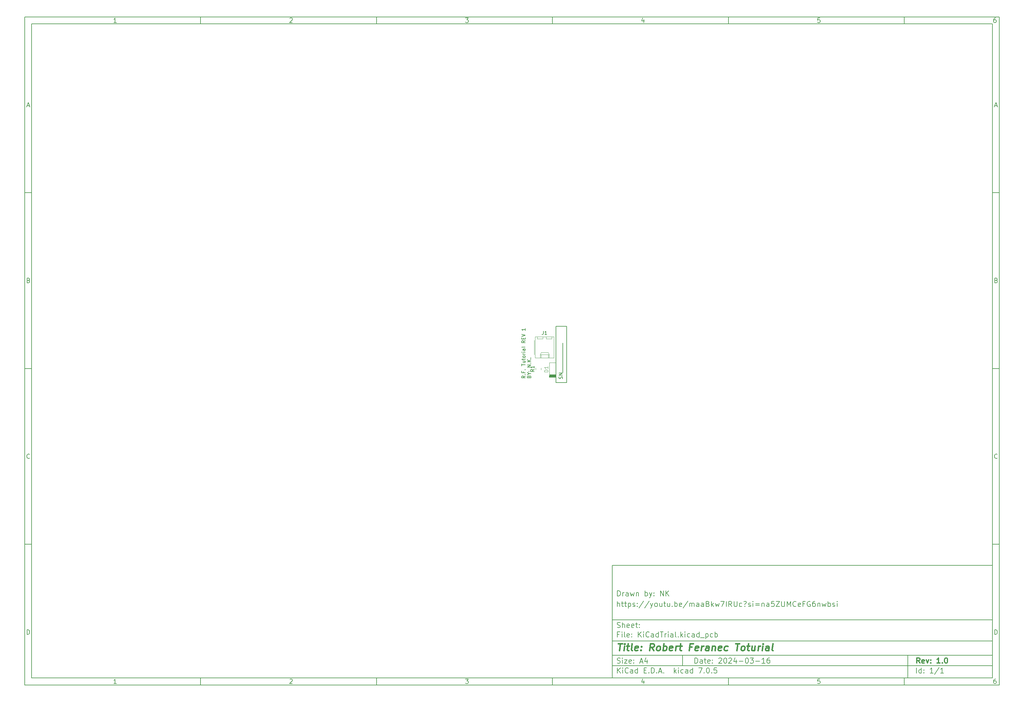
<source format=gbr>
%TF.GenerationSoftware,KiCad,Pcbnew,7.0.5*%
%TF.CreationDate,2024-05-21T11:35:56-04:00*%
%TF.ProjectId,KiCadTrial,4b694361-6454-4726-9961-6c2e6b696361,1.0*%
%TF.SameCoordinates,Original*%
%TF.FileFunction,Legend,Top*%
%TF.FilePolarity,Positive*%
%FSLAX46Y46*%
G04 Gerber Fmt 4.6, Leading zero omitted, Abs format (unit mm)*
G04 Created by KiCad (PCBNEW 7.0.5) date 2024-05-21 11:35:56*
%MOMM*%
%LPD*%
G01*
G04 APERTURE LIST*
%ADD10C,0.100000*%
%ADD11C,0.150000*%
%ADD12C,0.300000*%
%ADD13C,0.400000*%
%ADD14C,0.120000*%
G04 APERTURE END LIST*
D10*
D11*
X177002200Y-166007200D02*
X285002200Y-166007200D01*
X285002200Y-198007200D01*
X177002200Y-198007200D01*
X177002200Y-166007200D01*
D10*
D11*
X10000000Y-10000000D02*
X287002200Y-10000000D01*
X287002200Y-200007200D01*
X10000000Y-200007200D01*
X10000000Y-10000000D01*
D10*
D11*
X12000000Y-12000000D02*
X285002200Y-12000000D01*
X285002200Y-198007200D01*
X12000000Y-198007200D01*
X12000000Y-12000000D01*
D10*
D11*
X60000000Y-12000000D02*
X60000000Y-10000000D01*
D10*
D11*
X110000000Y-12000000D02*
X110000000Y-10000000D01*
D10*
D11*
X160000000Y-12000000D02*
X160000000Y-10000000D01*
D10*
D11*
X210000000Y-12000000D02*
X210000000Y-10000000D01*
D10*
D11*
X260000000Y-12000000D02*
X260000000Y-10000000D01*
D10*
D11*
X36089160Y-11593604D02*
X35346303Y-11593604D01*
X35717731Y-11593604D02*
X35717731Y-10293604D01*
X35717731Y-10293604D02*
X35593922Y-10479319D01*
X35593922Y-10479319D02*
X35470112Y-10603128D01*
X35470112Y-10603128D02*
X35346303Y-10665033D01*
D10*
D11*
X85346303Y-10417414D02*
X85408207Y-10355509D01*
X85408207Y-10355509D02*
X85532017Y-10293604D01*
X85532017Y-10293604D02*
X85841541Y-10293604D01*
X85841541Y-10293604D02*
X85965350Y-10355509D01*
X85965350Y-10355509D02*
X86027255Y-10417414D01*
X86027255Y-10417414D02*
X86089160Y-10541223D01*
X86089160Y-10541223D02*
X86089160Y-10665033D01*
X86089160Y-10665033D02*
X86027255Y-10850747D01*
X86027255Y-10850747D02*
X85284398Y-11593604D01*
X85284398Y-11593604D02*
X86089160Y-11593604D01*
D10*
D11*
X135284398Y-10293604D02*
X136089160Y-10293604D01*
X136089160Y-10293604D02*
X135655826Y-10788842D01*
X135655826Y-10788842D02*
X135841541Y-10788842D01*
X135841541Y-10788842D02*
X135965350Y-10850747D01*
X135965350Y-10850747D02*
X136027255Y-10912652D01*
X136027255Y-10912652D02*
X136089160Y-11036461D01*
X136089160Y-11036461D02*
X136089160Y-11345985D01*
X136089160Y-11345985D02*
X136027255Y-11469795D01*
X136027255Y-11469795D02*
X135965350Y-11531700D01*
X135965350Y-11531700D02*
X135841541Y-11593604D01*
X135841541Y-11593604D02*
X135470112Y-11593604D01*
X135470112Y-11593604D02*
X135346303Y-11531700D01*
X135346303Y-11531700D02*
X135284398Y-11469795D01*
D10*
D11*
X185965350Y-10726938D02*
X185965350Y-11593604D01*
X185655826Y-10231700D02*
X185346303Y-11160271D01*
X185346303Y-11160271D02*
X186151064Y-11160271D01*
D10*
D11*
X236027255Y-10293604D02*
X235408207Y-10293604D01*
X235408207Y-10293604D02*
X235346303Y-10912652D01*
X235346303Y-10912652D02*
X235408207Y-10850747D01*
X235408207Y-10850747D02*
X235532017Y-10788842D01*
X235532017Y-10788842D02*
X235841541Y-10788842D01*
X235841541Y-10788842D02*
X235965350Y-10850747D01*
X235965350Y-10850747D02*
X236027255Y-10912652D01*
X236027255Y-10912652D02*
X236089160Y-11036461D01*
X236089160Y-11036461D02*
X236089160Y-11345985D01*
X236089160Y-11345985D02*
X236027255Y-11469795D01*
X236027255Y-11469795D02*
X235965350Y-11531700D01*
X235965350Y-11531700D02*
X235841541Y-11593604D01*
X235841541Y-11593604D02*
X235532017Y-11593604D01*
X235532017Y-11593604D02*
X235408207Y-11531700D01*
X235408207Y-11531700D02*
X235346303Y-11469795D01*
D10*
D11*
X285965350Y-10293604D02*
X285717731Y-10293604D01*
X285717731Y-10293604D02*
X285593922Y-10355509D01*
X285593922Y-10355509D02*
X285532017Y-10417414D01*
X285532017Y-10417414D02*
X285408207Y-10603128D01*
X285408207Y-10603128D02*
X285346303Y-10850747D01*
X285346303Y-10850747D02*
X285346303Y-11345985D01*
X285346303Y-11345985D02*
X285408207Y-11469795D01*
X285408207Y-11469795D02*
X285470112Y-11531700D01*
X285470112Y-11531700D02*
X285593922Y-11593604D01*
X285593922Y-11593604D02*
X285841541Y-11593604D01*
X285841541Y-11593604D02*
X285965350Y-11531700D01*
X285965350Y-11531700D02*
X286027255Y-11469795D01*
X286027255Y-11469795D02*
X286089160Y-11345985D01*
X286089160Y-11345985D02*
X286089160Y-11036461D01*
X286089160Y-11036461D02*
X286027255Y-10912652D01*
X286027255Y-10912652D02*
X285965350Y-10850747D01*
X285965350Y-10850747D02*
X285841541Y-10788842D01*
X285841541Y-10788842D02*
X285593922Y-10788842D01*
X285593922Y-10788842D02*
X285470112Y-10850747D01*
X285470112Y-10850747D02*
X285408207Y-10912652D01*
X285408207Y-10912652D02*
X285346303Y-11036461D01*
D10*
D11*
X60000000Y-198007200D02*
X60000000Y-200007200D01*
D10*
D11*
X110000000Y-198007200D02*
X110000000Y-200007200D01*
D10*
D11*
X160000000Y-198007200D02*
X160000000Y-200007200D01*
D10*
D11*
X210000000Y-198007200D02*
X210000000Y-200007200D01*
D10*
D11*
X260000000Y-198007200D02*
X260000000Y-200007200D01*
D10*
D11*
X36089160Y-199600804D02*
X35346303Y-199600804D01*
X35717731Y-199600804D02*
X35717731Y-198300804D01*
X35717731Y-198300804D02*
X35593922Y-198486519D01*
X35593922Y-198486519D02*
X35470112Y-198610328D01*
X35470112Y-198610328D02*
X35346303Y-198672233D01*
D10*
D11*
X85346303Y-198424614D02*
X85408207Y-198362709D01*
X85408207Y-198362709D02*
X85532017Y-198300804D01*
X85532017Y-198300804D02*
X85841541Y-198300804D01*
X85841541Y-198300804D02*
X85965350Y-198362709D01*
X85965350Y-198362709D02*
X86027255Y-198424614D01*
X86027255Y-198424614D02*
X86089160Y-198548423D01*
X86089160Y-198548423D02*
X86089160Y-198672233D01*
X86089160Y-198672233D02*
X86027255Y-198857947D01*
X86027255Y-198857947D02*
X85284398Y-199600804D01*
X85284398Y-199600804D02*
X86089160Y-199600804D01*
D10*
D11*
X135284398Y-198300804D02*
X136089160Y-198300804D01*
X136089160Y-198300804D02*
X135655826Y-198796042D01*
X135655826Y-198796042D02*
X135841541Y-198796042D01*
X135841541Y-198796042D02*
X135965350Y-198857947D01*
X135965350Y-198857947D02*
X136027255Y-198919852D01*
X136027255Y-198919852D02*
X136089160Y-199043661D01*
X136089160Y-199043661D02*
X136089160Y-199353185D01*
X136089160Y-199353185D02*
X136027255Y-199476995D01*
X136027255Y-199476995D02*
X135965350Y-199538900D01*
X135965350Y-199538900D02*
X135841541Y-199600804D01*
X135841541Y-199600804D02*
X135470112Y-199600804D01*
X135470112Y-199600804D02*
X135346303Y-199538900D01*
X135346303Y-199538900D02*
X135284398Y-199476995D01*
D10*
D11*
X185965350Y-198734138D02*
X185965350Y-199600804D01*
X185655826Y-198238900D02*
X185346303Y-199167471D01*
X185346303Y-199167471D02*
X186151064Y-199167471D01*
D10*
D11*
X236027255Y-198300804D02*
X235408207Y-198300804D01*
X235408207Y-198300804D02*
X235346303Y-198919852D01*
X235346303Y-198919852D02*
X235408207Y-198857947D01*
X235408207Y-198857947D02*
X235532017Y-198796042D01*
X235532017Y-198796042D02*
X235841541Y-198796042D01*
X235841541Y-198796042D02*
X235965350Y-198857947D01*
X235965350Y-198857947D02*
X236027255Y-198919852D01*
X236027255Y-198919852D02*
X236089160Y-199043661D01*
X236089160Y-199043661D02*
X236089160Y-199353185D01*
X236089160Y-199353185D02*
X236027255Y-199476995D01*
X236027255Y-199476995D02*
X235965350Y-199538900D01*
X235965350Y-199538900D02*
X235841541Y-199600804D01*
X235841541Y-199600804D02*
X235532017Y-199600804D01*
X235532017Y-199600804D02*
X235408207Y-199538900D01*
X235408207Y-199538900D02*
X235346303Y-199476995D01*
D10*
D11*
X285965350Y-198300804D02*
X285717731Y-198300804D01*
X285717731Y-198300804D02*
X285593922Y-198362709D01*
X285593922Y-198362709D02*
X285532017Y-198424614D01*
X285532017Y-198424614D02*
X285408207Y-198610328D01*
X285408207Y-198610328D02*
X285346303Y-198857947D01*
X285346303Y-198857947D02*
X285346303Y-199353185D01*
X285346303Y-199353185D02*
X285408207Y-199476995D01*
X285408207Y-199476995D02*
X285470112Y-199538900D01*
X285470112Y-199538900D02*
X285593922Y-199600804D01*
X285593922Y-199600804D02*
X285841541Y-199600804D01*
X285841541Y-199600804D02*
X285965350Y-199538900D01*
X285965350Y-199538900D02*
X286027255Y-199476995D01*
X286027255Y-199476995D02*
X286089160Y-199353185D01*
X286089160Y-199353185D02*
X286089160Y-199043661D01*
X286089160Y-199043661D02*
X286027255Y-198919852D01*
X286027255Y-198919852D02*
X285965350Y-198857947D01*
X285965350Y-198857947D02*
X285841541Y-198796042D01*
X285841541Y-198796042D02*
X285593922Y-198796042D01*
X285593922Y-198796042D02*
X285470112Y-198857947D01*
X285470112Y-198857947D02*
X285408207Y-198919852D01*
X285408207Y-198919852D02*
X285346303Y-199043661D01*
D10*
D11*
X10000000Y-60000000D02*
X12000000Y-60000000D01*
D10*
D11*
X10000000Y-110000000D02*
X12000000Y-110000000D01*
D10*
D11*
X10000000Y-160000000D02*
X12000000Y-160000000D01*
D10*
D11*
X10690476Y-35222176D02*
X11309523Y-35222176D01*
X10566666Y-35593604D02*
X10999999Y-34293604D01*
X10999999Y-34293604D02*
X11433333Y-35593604D01*
D10*
D11*
X11092857Y-84912652D02*
X11278571Y-84974557D01*
X11278571Y-84974557D02*
X11340476Y-85036461D01*
X11340476Y-85036461D02*
X11402380Y-85160271D01*
X11402380Y-85160271D02*
X11402380Y-85345985D01*
X11402380Y-85345985D02*
X11340476Y-85469795D01*
X11340476Y-85469795D02*
X11278571Y-85531700D01*
X11278571Y-85531700D02*
X11154761Y-85593604D01*
X11154761Y-85593604D02*
X10659523Y-85593604D01*
X10659523Y-85593604D02*
X10659523Y-84293604D01*
X10659523Y-84293604D02*
X11092857Y-84293604D01*
X11092857Y-84293604D02*
X11216666Y-84355509D01*
X11216666Y-84355509D02*
X11278571Y-84417414D01*
X11278571Y-84417414D02*
X11340476Y-84541223D01*
X11340476Y-84541223D02*
X11340476Y-84665033D01*
X11340476Y-84665033D02*
X11278571Y-84788842D01*
X11278571Y-84788842D02*
X11216666Y-84850747D01*
X11216666Y-84850747D02*
X11092857Y-84912652D01*
X11092857Y-84912652D02*
X10659523Y-84912652D01*
D10*
D11*
X11402380Y-135469795D02*
X11340476Y-135531700D01*
X11340476Y-135531700D02*
X11154761Y-135593604D01*
X11154761Y-135593604D02*
X11030952Y-135593604D01*
X11030952Y-135593604D02*
X10845238Y-135531700D01*
X10845238Y-135531700D02*
X10721428Y-135407890D01*
X10721428Y-135407890D02*
X10659523Y-135284080D01*
X10659523Y-135284080D02*
X10597619Y-135036461D01*
X10597619Y-135036461D02*
X10597619Y-134850747D01*
X10597619Y-134850747D02*
X10659523Y-134603128D01*
X10659523Y-134603128D02*
X10721428Y-134479319D01*
X10721428Y-134479319D02*
X10845238Y-134355509D01*
X10845238Y-134355509D02*
X11030952Y-134293604D01*
X11030952Y-134293604D02*
X11154761Y-134293604D01*
X11154761Y-134293604D02*
X11340476Y-134355509D01*
X11340476Y-134355509D02*
X11402380Y-134417414D01*
D10*
D11*
X10659523Y-185593604D02*
X10659523Y-184293604D01*
X10659523Y-184293604D02*
X10969047Y-184293604D01*
X10969047Y-184293604D02*
X11154761Y-184355509D01*
X11154761Y-184355509D02*
X11278571Y-184479319D01*
X11278571Y-184479319D02*
X11340476Y-184603128D01*
X11340476Y-184603128D02*
X11402380Y-184850747D01*
X11402380Y-184850747D02*
X11402380Y-185036461D01*
X11402380Y-185036461D02*
X11340476Y-185284080D01*
X11340476Y-185284080D02*
X11278571Y-185407890D01*
X11278571Y-185407890D02*
X11154761Y-185531700D01*
X11154761Y-185531700D02*
X10969047Y-185593604D01*
X10969047Y-185593604D02*
X10659523Y-185593604D01*
D10*
D11*
X287002200Y-60000000D02*
X285002200Y-60000000D01*
D10*
D11*
X287002200Y-110000000D02*
X285002200Y-110000000D01*
D10*
D11*
X287002200Y-160000000D02*
X285002200Y-160000000D01*
D10*
D11*
X285692676Y-35222176D02*
X286311723Y-35222176D01*
X285568866Y-35593604D02*
X286002199Y-34293604D01*
X286002199Y-34293604D02*
X286435533Y-35593604D01*
D10*
D11*
X286095057Y-84912652D02*
X286280771Y-84974557D01*
X286280771Y-84974557D02*
X286342676Y-85036461D01*
X286342676Y-85036461D02*
X286404580Y-85160271D01*
X286404580Y-85160271D02*
X286404580Y-85345985D01*
X286404580Y-85345985D02*
X286342676Y-85469795D01*
X286342676Y-85469795D02*
X286280771Y-85531700D01*
X286280771Y-85531700D02*
X286156961Y-85593604D01*
X286156961Y-85593604D02*
X285661723Y-85593604D01*
X285661723Y-85593604D02*
X285661723Y-84293604D01*
X285661723Y-84293604D02*
X286095057Y-84293604D01*
X286095057Y-84293604D02*
X286218866Y-84355509D01*
X286218866Y-84355509D02*
X286280771Y-84417414D01*
X286280771Y-84417414D02*
X286342676Y-84541223D01*
X286342676Y-84541223D02*
X286342676Y-84665033D01*
X286342676Y-84665033D02*
X286280771Y-84788842D01*
X286280771Y-84788842D02*
X286218866Y-84850747D01*
X286218866Y-84850747D02*
X286095057Y-84912652D01*
X286095057Y-84912652D02*
X285661723Y-84912652D01*
D10*
D11*
X286404580Y-135469795D02*
X286342676Y-135531700D01*
X286342676Y-135531700D02*
X286156961Y-135593604D01*
X286156961Y-135593604D02*
X286033152Y-135593604D01*
X286033152Y-135593604D02*
X285847438Y-135531700D01*
X285847438Y-135531700D02*
X285723628Y-135407890D01*
X285723628Y-135407890D02*
X285661723Y-135284080D01*
X285661723Y-135284080D02*
X285599819Y-135036461D01*
X285599819Y-135036461D02*
X285599819Y-134850747D01*
X285599819Y-134850747D02*
X285661723Y-134603128D01*
X285661723Y-134603128D02*
X285723628Y-134479319D01*
X285723628Y-134479319D02*
X285847438Y-134355509D01*
X285847438Y-134355509D02*
X286033152Y-134293604D01*
X286033152Y-134293604D02*
X286156961Y-134293604D01*
X286156961Y-134293604D02*
X286342676Y-134355509D01*
X286342676Y-134355509D02*
X286404580Y-134417414D01*
D10*
D11*
X285661723Y-185593604D02*
X285661723Y-184293604D01*
X285661723Y-184293604D02*
X285971247Y-184293604D01*
X285971247Y-184293604D02*
X286156961Y-184355509D01*
X286156961Y-184355509D02*
X286280771Y-184479319D01*
X286280771Y-184479319D02*
X286342676Y-184603128D01*
X286342676Y-184603128D02*
X286404580Y-184850747D01*
X286404580Y-184850747D02*
X286404580Y-185036461D01*
X286404580Y-185036461D02*
X286342676Y-185284080D01*
X286342676Y-185284080D02*
X286280771Y-185407890D01*
X286280771Y-185407890D02*
X286156961Y-185531700D01*
X286156961Y-185531700D02*
X285971247Y-185593604D01*
X285971247Y-185593604D02*
X285661723Y-185593604D01*
D10*
D11*
X200458026Y-193793328D02*
X200458026Y-192293328D01*
X200458026Y-192293328D02*
X200815169Y-192293328D01*
X200815169Y-192293328D02*
X201029455Y-192364757D01*
X201029455Y-192364757D02*
X201172312Y-192507614D01*
X201172312Y-192507614D02*
X201243741Y-192650471D01*
X201243741Y-192650471D02*
X201315169Y-192936185D01*
X201315169Y-192936185D02*
X201315169Y-193150471D01*
X201315169Y-193150471D02*
X201243741Y-193436185D01*
X201243741Y-193436185D02*
X201172312Y-193579042D01*
X201172312Y-193579042D02*
X201029455Y-193721900D01*
X201029455Y-193721900D02*
X200815169Y-193793328D01*
X200815169Y-193793328D02*
X200458026Y-193793328D01*
X202600884Y-193793328D02*
X202600884Y-193007614D01*
X202600884Y-193007614D02*
X202529455Y-192864757D01*
X202529455Y-192864757D02*
X202386598Y-192793328D01*
X202386598Y-192793328D02*
X202100884Y-192793328D01*
X202100884Y-192793328D02*
X201958026Y-192864757D01*
X202600884Y-193721900D02*
X202458026Y-193793328D01*
X202458026Y-193793328D02*
X202100884Y-193793328D01*
X202100884Y-193793328D02*
X201958026Y-193721900D01*
X201958026Y-193721900D02*
X201886598Y-193579042D01*
X201886598Y-193579042D02*
X201886598Y-193436185D01*
X201886598Y-193436185D02*
X201958026Y-193293328D01*
X201958026Y-193293328D02*
X202100884Y-193221900D01*
X202100884Y-193221900D02*
X202458026Y-193221900D01*
X202458026Y-193221900D02*
X202600884Y-193150471D01*
X203100884Y-192793328D02*
X203672312Y-192793328D01*
X203315169Y-192293328D02*
X203315169Y-193579042D01*
X203315169Y-193579042D02*
X203386598Y-193721900D01*
X203386598Y-193721900D02*
X203529455Y-193793328D01*
X203529455Y-193793328D02*
X203672312Y-193793328D01*
X204743741Y-193721900D02*
X204600884Y-193793328D01*
X204600884Y-193793328D02*
X204315170Y-193793328D01*
X204315170Y-193793328D02*
X204172312Y-193721900D01*
X204172312Y-193721900D02*
X204100884Y-193579042D01*
X204100884Y-193579042D02*
X204100884Y-193007614D01*
X204100884Y-193007614D02*
X204172312Y-192864757D01*
X204172312Y-192864757D02*
X204315170Y-192793328D01*
X204315170Y-192793328D02*
X204600884Y-192793328D01*
X204600884Y-192793328D02*
X204743741Y-192864757D01*
X204743741Y-192864757D02*
X204815170Y-193007614D01*
X204815170Y-193007614D02*
X204815170Y-193150471D01*
X204815170Y-193150471D02*
X204100884Y-193293328D01*
X205458026Y-193650471D02*
X205529455Y-193721900D01*
X205529455Y-193721900D02*
X205458026Y-193793328D01*
X205458026Y-193793328D02*
X205386598Y-193721900D01*
X205386598Y-193721900D02*
X205458026Y-193650471D01*
X205458026Y-193650471D02*
X205458026Y-193793328D01*
X205458026Y-192864757D02*
X205529455Y-192936185D01*
X205529455Y-192936185D02*
X205458026Y-193007614D01*
X205458026Y-193007614D02*
X205386598Y-192936185D01*
X205386598Y-192936185D02*
X205458026Y-192864757D01*
X205458026Y-192864757D02*
X205458026Y-193007614D01*
X207243741Y-192436185D02*
X207315169Y-192364757D01*
X207315169Y-192364757D02*
X207458027Y-192293328D01*
X207458027Y-192293328D02*
X207815169Y-192293328D01*
X207815169Y-192293328D02*
X207958027Y-192364757D01*
X207958027Y-192364757D02*
X208029455Y-192436185D01*
X208029455Y-192436185D02*
X208100884Y-192579042D01*
X208100884Y-192579042D02*
X208100884Y-192721900D01*
X208100884Y-192721900D02*
X208029455Y-192936185D01*
X208029455Y-192936185D02*
X207172312Y-193793328D01*
X207172312Y-193793328D02*
X208100884Y-193793328D01*
X209029455Y-192293328D02*
X209172312Y-192293328D01*
X209172312Y-192293328D02*
X209315169Y-192364757D01*
X209315169Y-192364757D02*
X209386598Y-192436185D01*
X209386598Y-192436185D02*
X209458026Y-192579042D01*
X209458026Y-192579042D02*
X209529455Y-192864757D01*
X209529455Y-192864757D02*
X209529455Y-193221900D01*
X209529455Y-193221900D02*
X209458026Y-193507614D01*
X209458026Y-193507614D02*
X209386598Y-193650471D01*
X209386598Y-193650471D02*
X209315169Y-193721900D01*
X209315169Y-193721900D02*
X209172312Y-193793328D01*
X209172312Y-193793328D02*
X209029455Y-193793328D01*
X209029455Y-193793328D02*
X208886598Y-193721900D01*
X208886598Y-193721900D02*
X208815169Y-193650471D01*
X208815169Y-193650471D02*
X208743740Y-193507614D01*
X208743740Y-193507614D02*
X208672312Y-193221900D01*
X208672312Y-193221900D02*
X208672312Y-192864757D01*
X208672312Y-192864757D02*
X208743740Y-192579042D01*
X208743740Y-192579042D02*
X208815169Y-192436185D01*
X208815169Y-192436185D02*
X208886598Y-192364757D01*
X208886598Y-192364757D02*
X209029455Y-192293328D01*
X210100883Y-192436185D02*
X210172311Y-192364757D01*
X210172311Y-192364757D02*
X210315169Y-192293328D01*
X210315169Y-192293328D02*
X210672311Y-192293328D01*
X210672311Y-192293328D02*
X210815169Y-192364757D01*
X210815169Y-192364757D02*
X210886597Y-192436185D01*
X210886597Y-192436185D02*
X210958026Y-192579042D01*
X210958026Y-192579042D02*
X210958026Y-192721900D01*
X210958026Y-192721900D02*
X210886597Y-192936185D01*
X210886597Y-192936185D02*
X210029454Y-193793328D01*
X210029454Y-193793328D02*
X210958026Y-193793328D01*
X212243740Y-192793328D02*
X212243740Y-193793328D01*
X211886597Y-192221900D02*
X211529454Y-193293328D01*
X211529454Y-193293328D02*
X212458025Y-193293328D01*
X213029453Y-193221900D02*
X214172311Y-193221900D01*
X215172311Y-192293328D02*
X215315168Y-192293328D01*
X215315168Y-192293328D02*
X215458025Y-192364757D01*
X215458025Y-192364757D02*
X215529454Y-192436185D01*
X215529454Y-192436185D02*
X215600882Y-192579042D01*
X215600882Y-192579042D02*
X215672311Y-192864757D01*
X215672311Y-192864757D02*
X215672311Y-193221900D01*
X215672311Y-193221900D02*
X215600882Y-193507614D01*
X215600882Y-193507614D02*
X215529454Y-193650471D01*
X215529454Y-193650471D02*
X215458025Y-193721900D01*
X215458025Y-193721900D02*
X215315168Y-193793328D01*
X215315168Y-193793328D02*
X215172311Y-193793328D01*
X215172311Y-193793328D02*
X215029454Y-193721900D01*
X215029454Y-193721900D02*
X214958025Y-193650471D01*
X214958025Y-193650471D02*
X214886596Y-193507614D01*
X214886596Y-193507614D02*
X214815168Y-193221900D01*
X214815168Y-193221900D02*
X214815168Y-192864757D01*
X214815168Y-192864757D02*
X214886596Y-192579042D01*
X214886596Y-192579042D02*
X214958025Y-192436185D01*
X214958025Y-192436185D02*
X215029454Y-192364757D01*
X215029454Y-192364757D02*
X215172311Y-192293328D01*
X216172310Y-192293328D02*
X217100882Y-192293328D01*
X217100882Y-192293328D02*
X216600882Y-192864757D01*
X216600882Y-192864757D02*
X216815167Y-192864757D01*
X216815167Y-192864757D02*
X216958025Y-192936185D01*
X216958025Y-192936185D02*
X217029453Y-193007614D01*
X217029453Y-193007614D02*
X217100882Y-193150471D01*
X217100882Y-193150471D02*
X217100882Y-193507614D01*
X217100882Y-193507614D02*
X217029453Y-193650471D01*
X217029453Y-193650471D02*
X216958025Y-193721900D01*
X216958025Y-193721900D02*
X216815167Y-193793328D01*
X216815167Y-193793328D02*
X216386596Y-193793328D01*
X216386596Y-193793328D02*
X216243739Y-193721900D01*
X216243739Y-193721900D02*
X216172310Y-193650471D01*
X217743738Y-193221900D02*
X218886596Y-193221900D01*
X220386596Y-193793328D02*
X219529453Y-193793328D01*
X219958024Y-193793328D02*
X219958024Y-192293328D01*
X219958024Y-192293328D02*
X219815167Y-192507614D01*
X219815167Y-192507614D02*
X219672310Y-192650471D01*
X219672310Y-192650471D02*
X219529453Y-192721900D01*
X221672310Y-192293328D02*
X221386595Y-192293328D01*
X221386595Y-192293328D02*
X221243738Y-192364757D01*
X221243738Y-192364757D02*
X221172310Y-192436185D01*
X221172310Y-192436185D02*
X221029452Y-192650471D01*
X221029452Y-192650471D02*
X220958024Y-192936185D01*
X220958024Y-192936185D02*
X220958024Y-193507614D01*
X220958024Y-193507614D02*
X221029452Y-193650471D01*
X221029452Y-193650471D02*
X221100881Y-193721900D01*
X221100881Y-193721900D02*
X221243738Y-193793328D01*
X221243738Y-193793328D02*
X221529452Y-193793328D01*
X221529452Y-193793328D02*
X221672310Y-193721900D01*
X221672310Y-193721900D02*
X221743738Y-193650471D01*
X221743738Y-193650471D02*
X221815167Y-193507614D01*
X221815167Y-193507614D02*
X221815167Y-193150471D01*
X221815167Y-193150471D02*
X221743738Y-193007614D01*
X221743738Y-193007614D02*
X221672310Y-192936185D01*
X221672310Y-192936185D02*
X221529452Y-192864757D01*
X221529452Y-192864757D02*
X221243738Y-192864757D01*
X221243738Y-192864757D02*
X221100881Y-192936185D01*
X221100881Y-192936185D02*
X221029452Y-193007614D01*
X221029452Y-193007614D02*
X220958024Y-193150471D01*
D10*
D11*
X177002200Y-194507200D02*
X285002200Y-194507200D01*
D10*
D11*
X178458026Y-196593328D02*
X178458026Y-195093328D01*
X179315169Y-196593328D02*
X178672312Y-195736185D01*
X179315169Y-195093328D02*
X178458026Y-195950471D01*
X179958026Y-196593328D02*
X179958026Y-195593328D01*
X179958026Y-195093328D02*
X179886598Y-195164757D01*
X179886598Y-195164757D02*
X179958026Y-195236185D01*
X179958026Y-195236185D02*
X180029455Y-195164757D01*
X180029455Y-195164757D02*
X179958026Y-195093328D01*
X179958026Y-195093328D02*
X179958026Y-195236185D01*
X181529455Y-196450471D02*
X181458027Y-196521900D01*
X181458027Y-196521900D02*
X181243741Y-196593328D01*
X181243741Y-196593328D02*
X181100884Y-196593328D01*
X181100884Y-196593328D02*
X180886598Y-196521900D01*
X180886598Y-196521900D02*
X180743741Y-196379042D01*
X180743741Y-196379042D02*
X180672312Y-196236185D01*
X180672312Y-196236185D02*
X180600884Y-195950471D01*
X180600884Y-195950471D02*
X180600884Y-195736185D01*
X180600884Y-195736185D02*
X180672312Y-195450471D01*
X180672312Y-195450471D02*
X180743741Y-195307614D01*
X180743741Y-195307614D02*
X180886598Y-195164757D01*
X180886598Y-195164757D02*
X181100884Y-195093328D01*
X181100884Y-195093328D02*
X181243741Y-195093328D01*
X181243741Y-195093328D02*
X181458027Y-195164757D01*
X181458027Y-195164757D02*
X181529455Y-195236185D01*
X182815170Y-196593328D02*
X182815170Y-195807614D01*
X182815170Y-195807614D02*
X182743741Y-195664757D01*
X182743741Y-195664757D02*
X182600884Y-195593328D01*
X182600884Y-195593328D02*
X182315170Y-195593328D01*
X182315170Y-195593328D02*
X182172312Y-195664757D01*
X182815170Y-196521900D02*
X182672312Y-196593328D01*
X182672312Y-196593328D02*
X182315170Y-196593328D01*
X182315170Y-196593328D02*
X182172312Y-196521900D01*
X182172312Y-196521900D02*
X182100884Y-196379042D01*
X182100884Y-196379042D02*
X182100884Y-196236185D01*
X182100884Y-196236185D02*
X182172312Y-196093328D01*
X182172312Y-196093328D02*
X182315170Y-196021900D01*
X182315170Y-196021900D02*
X182672312Y-196021900D01*
X182672312Y-196021900D02*
X182815170Y-195950471D01*
X184172313Y-196593328D02*
X184172313Y-195093328D01*
X184172313Y-196521900D02*
X184029455Y-196593328D01*
X184029455Y-196593328D02*
X183743741Y-196593328D01*
X183743741Y-196593328D02*
X183600884Y-196521900D01*
X183600884Y-196521900D02*
X183529455Y-196450471D01*
X183529455Y-196450471D02*
X183458027Y-196307614D01*
X183458027Y-196307614D02*
X183458027Y-195879042D01*
X183458027Y-195879042D02*
X183529455Y-195736185D01*
X183529455Y-195736185D02*
X183600884Y-195664757D01*
X183600884Y-195664757D02*
X183743741Y-195593328D01*
X183743741Y-195593328D02*
X184029455Y-195593328D01*
X184029455Y-195593328D02*
X184172313Y-195664757D01*
X186029455Y-195807614D02*
X186529455Y-195807614D01*
X186743741Y-196593328D02*
X186029455Y-196593328D01*
X186029455Y-196593328D02*
X186029455Y-195093328D01*
X186029455Y-195093328D02*
X186743741Y-195093328D01*
X187386598Y-196450471D02*
X187458027Y-196521900D01*
X187458027Y-196521900D02*
X187386598Y-196593328D01*
X187386598Y-196593328D02*
X187315170Y-196521900D01*
X187315170Y-196521900D02*
X187386598Y-196450471D01*
X187386598Y-196450471D02*
X187386598Y-196593328D01*
X188100884Y-196593328D02*
X188100884Y-195093328D01*
X188100884Y-195093328D02*
X188458027Y-195093328D01*
X188458027Y-195093328D02*
X188672313Y-195164757D01*
X188672313Y-195164757D02*
X188815170Y-195307614D01*
X188815170Y-195307614D02*
X188886599Y-195450471D01*
X188886599Y-195450471D02*
X188958027Y-195736185D01*
X188958027Y-195736185D02*
X188958027Y-195950471D01*
X188958027Y-195950471D02*
X188886599Y-196236185D01*
X188886599Y-196236185D02*
X188815170Y-196379042D01*
X188815170Y-196379042D02*
X188672313Y-196521900D01*
X188672313Y-196521900D02*
X188458027Y-196593328D01*
X188458027Y-196593328D02*
X188100884Y-196593328D01*
X189600884Y-196450471D02*
X189672313Y-196521900D01*
X189672313Y-196521900D02*
X189600884Y-196593328D01*
X189600884Y-196593328D02*
X189529456Y-196521900D01*
X189529456Y-196521900D02*
X189600884Y-196450471D01*
X189600884Y-196450471D02*
X189600884Y-196593328D01*
X190243742Y-196164757D02*
X190958028Y-196164757D01*
X190100885Y-196593328D02*
X190600885Y-195093328D01*
X190600885Y-195093328D02*
X191100885Y-196593328D01*
X191600884Y-196450471D02*
X191672313Y-196521900D01*
X191672313Y-196521900D02*
X191600884Y-196593328D01*
X191600884Y-196593328D02*
X191529456Y-196521900D01*
X191529456Y-196521900D02*
X191600884Y-196450471D01*
X191600884Y-196450471D02*
X191600884Y-196593328D01*
X194600884Y-196593328D02*
X194600884Y-195093328D01*
X194743742Y-196021900D02*
X195172313Y-196593328D01*
X195172313Y-195593328D02*
X194600884Y-196164757D01*
X195815170Y-196593328D02*
X195815170Y-195593328D01*
X195815170Y-195093328D02*
X195743742Y-195164757D01*
X195743742Y-195164757D02*
X195815170Y-195236185D01*
X195815170Y-195236185D02*
X195886599Y-195164757D01*
X195886599Y-195164757D02*
X195815170Y-195093328D01*
X195815170Y-195093328D02*
X195815170Y-195236185D01*
X197172314Y-196521900D02*
X197029456Y-196593328D01*
X197029456Y-196593328D02*
X196743742Y-196593328D01*
X196743742Y-196593328D02*
X196600885Y-196521900D01*
X196600885Y-196521900D02*
X196529456Y-196450471D01*
X196529456Y-196450471D02*
X196458028Y-196307614D01*
X196458028Y-196307614D02*
X196458028Y-195879042D01*
X196458028Y-195879042D02*
X196529456Y-195736185D01*
X196529456Y-195736185D02*
X196600885Y-195664757D01*
X196600885Y-195664757D02*
X196743742Y-195593328D01*
X196743742Y-195593328D02*
X197029456Y-195593328D01*
X197029456Y-195593328D02*
X197172314Y-195664757D01*
X198458028Y-196593328D02*
X198458028Y-195807614D01*
X198458028Y-195807614D02*
X198386599Y-195664757D01*
X198386599Y-195664757D02*
X198243742Y-195593328D01*
X198243742Y-195593328D02*
X197958028Y-195593328D01*
X197958028Y-195593328D02*
X197815170Y-195664757D01*
X198458028Y-196521900D02*
X198315170Y-196593328D01*
X198315170Y-196593328D02*
X197958028Y-196593328D01*
X197958028Y-196593328D02*
X197815170Y-196521900D01*
X197815170Y-196521900D02*
X197743742Y-196379042D01*
X197743742Y-196379042D02*
X197743742Y-196236185D01*
X197743742Y-196236185D02*
X197815170Y-196093328D01*
X197815170Y-196093328D02*
X197958028Y-196021900D01*
X197958028Y-196021900D02*
X198315170Y-196021900D01*
X198315170Y-196021900D02*
X198458028Y-195950471D01*
X199815171Y-196593328D02*
X199815171Y-195093328D01*
X199815171Y-196521900D02*
X199672313Y-196593328D01*
X199672313Y-196593328D02*
X199386599Y-196593328D01*
X199386599Y-196593328D02*
X199243742Y-196521900D01*
X199243742Y-196521900D02*
X199172313Y-196450471D01*
X199172313Y-196450471D02*
X199100885Y-196307614D01*
X199100885Y-196307614D02*
X199100885Y-195879042D01*
X199100885Y-195879042D02*
X199172313Y-195736185D01*
X199172313Y-195736185D02*
X199243742Y-195664757D01*
X199243742Y-195664757D02*
X199386599Y-195593328D01*
X199386599Y-195593328D02*
X199672313Y-195593328D01*
X199672313Y-195593328D02*
X199815171Y-195664757D01*
X201529456Y-195093328D02*
X202529456Y-195093328D01*
X202529456Y-195093328D02*
X201886599Y-196593328D01*
X203100884Y-196450471D02*
X203172313Y-196521900D01*
X203172313Y-196521900D02*
X203100884Y-196593328D01*
X203100884Y-196593328D02*
X203029456Y-196521900D01*
X203029456Y-196521900D02*
X203100884Y-196450471D01*
X203100884Y-196450471D02*
X203100884Y-196593328D01*
X204100885Y-195093328D02*
X204243742Y-195093328D01*
X204243742Y-195093328D02*
X204386599Y-195164757D01*
X204386599Y-195164757D02*
X204458028Y-195236185D01*
X204458028Y-195236185D02*
X204529456Y-195379042D01*
X204529456Y-195379042D02*
X204600885Y-195664757D01*
X204600885Y-195664757D02*
X204600885Y-196021900D01*
X204600885Y-196021900D02*
X204529456Y-196307614D01*
X204529456Y-196307614D02*
X204458028Y-196450471D01*
X204458028Y-196450471D02*
X204386599Y-196521900D01*
X204386599Y-196521900D02*
X204243742Y-196593328D01*
X204243742Y-196593328D02*
X204100885Y-196593328D01*
X204100885Y-196593328D02*
X203958028Y-196521900D01*
X203958028Y-196521900D02*
X203886599Y-196450471D01*
X203886599Y-196450471D02*
X203815170Y-196307614D01*
X203815170Y-196307614D02*
X203743742Y-196021900D01*
X203743742Y-196021900D02*
X203743742Y-195664757D01*
X203743742Y-195664757D02*
X203815170Y-195379042D01*
X203815170Y-195379042D02*
X203886599Y-195236185D01*
X203886599Y-195236185D02*
X203958028Y-195164757D01*
X203958028Y-195164757D02*
X204100885Y-195093328D01*
X205243741Y-196450471D02*
X205315170Y-196521900D01*
X205315170Y-196521900D02*
X205243741Y-196593328D01*
X205243741Y-196593328D02*
X205172313Y-196521900D01*
X205172313Y-196521900D02*
X205243741Y-196450471D01*
X205243741Y-196450471D02*
X205243741Y-196593328D01*
X206672313Y-195093328D02*
X205958027Y-195093328D01*
X205958027Y-195093328D02*
X205886599Y-195807614D01*
X205886599Y-195807614D02*
X205958027Y-195736185D01*
X205958027Y-195736185D02*
X206100885Y-195664757D01*
X206100885Y-195664757D02*
X206458027Y-195664757D01*
X206458027Y-195664757D02*
X206600885Y-195736185D01*
X206600885Y-195736185D02*
X206672313Y-195807614D01*
X206672313Y-195807614D02*
X206743742Y-195950471D01*
X206743742Y-195950471D02*
X206743742Y-196307614D01*
X206743742Y-196307614D02*
X206672313Y-196450471D01*
X206672313Y-196450471D02*
X206600885Y-196521900D01*
X206600885Y-196521900D02*
X206458027Y-196593328D01*
X206458027Y-196593328D02*
X206100885Y-196593328D01*
X206100885Y-196593328D02*
X205958027Y-196521900D01*
X205958027Y-196521900D02*
X205886599Y-196450471D01*
D10*
D11*
X177002200Y-191507200D02*
X285002200Y-191507200D01*
D10*
D12*
X264413853Y-193785528D02*
X263913853Y-193071242D01*
X263556710Y-193785528D02*
X263556710Y-192285528D01*
X263556710Y-192285528D02*
X264128139Y-192285528D01*
X264128139Y-192285528D02*
X264270996Y-192356957D01*
X264270996Y-192356957D02*
X264342425Y-192428385D01*
X264342425Y-192428385D02*
X264413853Y-192571242D01*
X264413853Y-192571242D02*
X264413853Y-192785528D01*
X264413853Y-192785528D02*
X264342425Y-192928385D01*
X264342425Y-192928385D02*
X264270996Y-192999814D01*
X264270996Y-192999814D02*
X264128139Y-193071242D01*
X264128139Y-193071242D02*
X263556710Y-193071242D01*
X265628139Y-193714100D02*
X265485282Y-193785528D01*
X265485282Y-193785528D02*
X265199568Y-193785528D01*
X265199568Y-193785528D02*
X265056710Y-193714100D01*
X265056710Y-193714100D02*
X264985282Y-193571242D01*
X264985282Y-193571242D02*
X264985282Y-192999814D01*
X264985282Y-192999814D02*
X265056710Y-192856957D01*
X265056710Y-192856957D02*
X265199568Y-192785528D01*
X265199568Y-192785528D02*
X265485282Y-192785528D01*
X265485282Y-192785528D02*
X265628139Y-192856957D01*
X265628139Y-192856957D02*
X265699568Y-192999814D01*
X265699568Y-192999814D02*
X265699568Y-193142671D01*
X265699568Y-193142671D02*
X264985282Y-193285528D01*
X266199567Y-192785528D02*
X266556710Y-193785528D01*
X266556710Y-193785528D02*
X266913853Y-192785528D01*
X267485281Y-193642671D02*
X267556710Y-193714100D01*
X267556710Y-193714100D02*
X267485281Y-193785528D01*
X267485281Y-193785528D02*
X267413853Y-193714100D01*
X267413853Y-193714100D02*
X267485281Y-193642671D01*
X267485281Y-193642671D02*
X267485281Y-193785528D01*
X267485281Y-192856957D02*
X267556710Y-192928385D01*
X267556710Y-192928385D02*
X267485281Y-192999814D01*
X267485281Y-192999814D02*
X267413853Y-192928385D01*
X267413853Y-192928385D02*
X267485281Y-192856957D01*
X267485281Y-192856957D02*
X267485281Y-192999814D01*
X270128139Y-193785528D02*
X269270996Y-193785528D01*
X269699567Y-193785528D02*
X269699567Y-192285528D01*
X269699567Y-192285528D02*
X269556710Y-192499814D01*
X269556710Y-192499814D02*
X269413853Y-192642671D01*
X269413853Y-192642671D02*
X269270996Y-192714100D01*
X270770995Y-193642671D02*
X270842424Y-193714100D01*
X270842424Y-193714100D02*
X270770995Y-193785528D01*
X270770995Y-193785528D02*
X270699567Y-193714100D01*
X270699567Y-193714100D02*
X270770995Y-193642671D01*
X270770995Y-193642671D02*
X270770995Y-193785528D01*
X271770996Y-192285528D02*
X271913853Y-192285528D01*
X271913853Y-192285528D02*
X272056710Y-192356957D01*
X272056710Y-192356957D02*
X272128139Y-192428385D01*
X272128139Y-192428385D02*
X272199567Y-192571242D01*
X272199567Y-192571242D02*
X272270996Y-192856957D01*
X272270996Y-192856957D02*
X272270996Y-193214100D01*
X272270996Y-193214100D02*
X272199567Y-193499814D01*
X272199567Y-193499814D02*
X272128139Y-193642671D01*
X272128139Y-193642671D02*
X272056710Y-193714100D01*
X272056710Y-193714100D02*
X271913853Y-193785528D01*
X271913853Y-193785528D02*
X271770996Y-193785528D01*
X271770996Y-193785528D02*
X271628139Y-193714100D01*
X271628139Y-193714100D02*
X271556710Y-193642671D01*
X271556710Y-193642671D02*
X271485281Y-193499814D01*
X271485281Y-193499814D02*
X271413853Y-193214100D01*
X271413853Y-193214100D02*
X271413853Y-192856957D01*
X271413853Y-192856957D02*
X271485281Y-192571242D01*
X271485281Y-192571242D02*
X271556710Y-192428385D01*
X271556710Y-192428385D02*
X271628139Y-192356957D01*
X271628139Y-192356957D02*
X271770996Y-192285528D01*
D10*
D11*
X178386598Y-193721900D02*
X178600884Y-193793328D01*
X178600884Y-193793328D02*
X178958026Y-193793328D01*
X178958026Y-193793328D02*
X179100884Y-193721900D01*
X179100884Y-193721900D02*
X179172312Y-193650471D01*
X179172312Y-193650471D02*
X179243741Y-193507614D01*
X179243741Y-193507614D02*
X179243741Y-193364757D01*
X179243741Y-193364757D02*
X179172312Y-193221900D01*
X179172312Y-193221900D02*
X179100884Y-193150471D01*
X179100884Y-193150471D02*
X178958026Y-193079042D01*
X178958026Y-193079042D02*
X178672312Y-193007614D01*
X178672312Y-193007614D02*
X178529455Y-192936185D01*
X178529455Y-192936185D02*
X178458026Y-192864757D01*
X178458026Y-192864757D02*
X178386598Y-192721900D01*
X178386598Y-192721900D02*
X178386598Y-192579042D01*
X178386598Y-192579042D02*
X178458026Y-192436185D01*
X178458026Y-192436185D02*
X178529455Y-192364757D01*
X178529455Y-192364757D02*
X178672312Y-192293328D01*
X178672312Y-192293328D02*
X179029455Y-192293328D01*
X179029455Y-192293328D02*
X179243741Y-192364757D01*
X179886597Y-193793328D02*
X179886597Y-192793328D01*
X179886597Y-192293328D02*
X179815169Y-192364757D01*
X179815169Y-192364757D02*
X179886597Y-192436185D01*
X179886597Y-192436185D02*
X179958026Y-192364757D01*
X179958026Y-192364757D02*
X179886597Y-192293328D01*
X179886597Y-192293328D02*
X179886597Y-192436185D01*
X180458026Y-192793328D02*
X181243741Y-192793328D01*
X181243741Y-192793328D02*
X180458026Y-193793328D01*
X180458026Y-193793328D02*
X181243741Y-193793328D01*
X182386598Y-193721900D02*
X182243741Y-193793328D01*
X182243741Y-193793328D02*
X181958027Y-193793328D01*
X181958027Y-193793328D02*
X181815169Y-193721900D01*
X181815169Y-193721900D02*
X181743741Y-193579042D01*
X181743741Y-193579042D02*
X181743741Y-193007614D01*
X181743741Y-193007614D02*
X181815169Y-192864757D01*
X181815169Y-192864757D02*
X181958027Y-192793328D01*
X181958027Y-192793328D02*
X182243741Y-192793328D01*
X182243741Y-192793328D02*
X182386598Y-192864757D01*
X182386598Y-192864757D02*
X182458027Y-193007614D01*
X182458027Y-193007614D02*
X182458027Y-193150471D01*
X182458027Y-193150471D02*
X181743741Y-193293328D01*
X183100883Y-193650471D02*
X183172312Y-193721900D01*
X183172312Y-193721900D02*
X183100883Y-193793328D01*
X183100883Y-193793328D02*
X183029455Y-193721900D01*
X183029455Y-193721900D02*
X183100883Y-193650471D01*
X183100883Y-193650471D02*
X183100883Y-193793328D01*
X183100883Y-192864757D02*
X183172312Y-192936185D01*
X183172312Y-192936185D02*
X183100883Y-193007614D01*
X183100883Y-193007614D02*
X183029455Y-192936185D01*
X183029455Y-192936185D02*
X183100883Y-192864757D01*
X183100883Y-192864757D02*
X183100883Y-193007614D01*
X184886598Y-193364757D02*
X185600884Y-193364757D01*
X184743741Y-193793328D02*
X185243741Y-192293328D01*
X185243741Y-192293328D02*
X185743741Y-193793328D01*
X186886598Y-192793328D02*
X186886598Y-193793328D01*
X186529455Y-192221900D02*
X186172312Y-193293328D01*
X186172312Y-193293328D02*
X187100883Y-193293328D01*
D10*
D11*
X263458026Y-196593328D02*
X263458026Y-195093328D01*
X264815170Y-196593328D02*
X264815170Y-195093328D01*
X264815170Y-196521900D02*
X264672312Y-196593328D01*
X264672312Y-196593328D02*
X264386598Y-196593328D01*
X264386598Y-196593328D02*
X264243741Y-196521900D01*
X264243741Y-196521900D02*
X264172312Y-196450471D01*
X264172312Y-196450471D02*
X264100884Y-196307614D01*
X264100884Y-196307614D02*
X264100884Y-195879042D01*
X264100884Y-195879042D02*
X264172312Y-195736185D01*
X264172312Y-195736185D02*
X264243741Y-195664757D01*
X264243741Y-195664757D02*
X264386598Y-195593328D01*
X264386598Y-195593328D02*
X264672312Y-195593328D01*
X264672312Y-195593328D02*
X264815170Y-195664757D01*
X265529455Y-196450471D02*
X265600884Y-196521900D01*
X265600884Y-196521900D02*
X265529455Y-196593328D01*
X265529455Y-196593328D02*
X265458027Y-196521900D01*
X265458027Y-196521900D02*
X265529455Y-196450471D01*
X265529455Y-196450471D02*
X265529455Y-196593328D01*
X265529455Y-195664757D02*
X265600884Y-195736185D01*
X265600884Y-195736185D02*
X265529455Y-195807614D01*
X265529455Y-195807614D02*
X265458027Y-195736185D01*
X265458027Y-195736185D02*
X265529455Y-195664757D01*
X265529455Y-195664757D02*
X265529455Y-195807614D01*
X268172313Y-196593328D02*
X267315170Y-196593328D01*
X267743741Y-196593328D02*
X267743741Y-195093328D01*
X267743741Y-195093328D02*
X267600884Y-195307614D01*
X267600884Y-195307614D02*
X267458027Y-195450471D01*
X267458027Y-195450471D02*
X267315170Y-195521900D01*
X269886598Y-195021900D02*
X268600884Y-196950471D01*
X271172313Y-196593328D02*
X270315170Y-196593328D01*
X270743741Y-196593328D02*
X270743741Y-195093328D01*
X270743741Y-195093328D02*
X270600884Y-195307614D01*
X270600884Y-195307614D02*
X270458027Y-195450471D01*
X270458027Y-195450471D02*
X270315170Y-195521900D01*
D10*
D11*
X177002200Y-187507200D02*
X285002200Y-187507200D01*
D10*
D13*
X178693928Y-188211638D02*
X179836785Y-188211638D01*
X179015357Y-190211638D02*
X179265357Y-188211638D01*
X180253452Y-190211638D02*
X180420119Y-188878304D01*
X180503452Y-188211638D02*
X180396309Y-188306876D01*
X180396309Y-188306876D02*
X180479643Y-188402114D01*
X180479643Y-188402114D02*
X180586786Y-188306876D01*
X180586786Y-188306876D02*
X180503452Y-188211638D01*
X180503452Y-188211638D02*
X180479643Y-188402114D01*
X181086786Y-188878304D02*
X181848690Y-188878304D01*
X181455833Y-188211638D02*
X181241548Y-189925923D01*
X181241548Y-189925923D02*
X181312976Y-190116400D01*
X181312976Y-190116400D02*
X181491548Y-190211638D01*
X181491548Y-190211638D02*
X181682024Y-190211638D01*
X182634405Y-190211638D02*
X182455833Y-190116400D01*
X182455833Y-190116400D02*
X182384405Y-189925923D01*
X182384405Y-189925923D02*
X182598690Y-188211638D01*
X184170119Y-190116400D02*
X183967738Y-190211638D01*
X183967738Y-190211638D02*
X183586785Y-190211638D01*
X183586785Y-190211638D02*
X183408214Y-190116400D01*
X183408214Y-190116400D02*
X183336785Y-189925923D01*
X183336785Y-189925923D02*
X183432024Y-189164019D01*
X183432024Y-189164019D02*
X183551071Y-188973542D01*
X183551071Y-188973542D02*
X183753452Y-188878304D01*
X183753452Y-188878304D02*
X184134404Y-188878304D01*
X184134404Y-188878304D02*
X184312976Y-188973542D01*
X184312976Y-188973542D02*
X184384404Y-189164019D01*
X184384404Y-189164019D02*
X184360595Y-189354495D01*
X184360595Y-189354495D02*
X183384404Y-189544971D01*
X185134405Y-190021161D02*
X185217738Y-190116400D01*
X185217738Y-190116400D02*
X185110595Y-190211638D01*
X185110595Y-190211638D02*
X185027262Y-190116400D01*
X185027262Y-190116400D02*
X185134405Y-190021161D01*
X185134405Y-190021161D02*
X185110595Y-190211638D01*
X185265357Y-188973542D02*
X185348690Y-189068780D01*
X185348690Y-189068780D02*
X185241548Y-189164019D01*
X185241548Y-189164019D02*
X185158214Y-189068780D01*
X185158214Y-189068780D02*
X185265357Y-188973542D01*
X185265357Y-188973542D02*
X185241548Y-189164019D01*
X188729643Y-190211638D02*
X188182024Y-189259257D01*
X187586786Y-190211638D02*
X187836786Y-188211638D01*
X187836786Y-188211638D02*
X188598691Y-188211638D01*
X188598691Y-188211638D02*
X188777262Y-188306876D01*
X188777262Y-188306876D02*
X188860596Y-188402114D01*
X188860596Y-188402114D02*
X188932024Y-188592590D01*
X188932024Y-188592590D02*
X188896310Y-188878304D01*
X188896310Y-188878304D02*
X188777262Y-189068780D01*
X188777262Y-189068780D02*
X188670120Y-189164019D01*
X188670120Y-189164019D02*
X188467739Y-189259257D01*
X188467739Y-189259257D02*
X187705834Y-189259257D01*
X189872501Y-190211638D02*
X189693929Y-190116400D01*
X189693929Y-190116400D02*
X189610596Y-190021161D01*
X189610596Y-190021161D02*
X189539167Y-189830685D01*
X189539167Y-189830685D02*
X189610596Y-189259257D01*
X189610596Y-189259257D02*
X189729643Y-189068780D01*
X189729643Y-189068780D02*
X189836786Y-188973542D01*
X189836786Y-188973542D02*
X190039167Y-188878304D01*
X190039167Y-188878304D02*
X190324881Y-188878304D01*
X190324881Y-188878304D02*
X190503453Y-188973542D01*
X190503453Y-188973542D02*
X190586786Y-189068780D01*
X190586786Y-189068780D02*
X190658215Y-189259257D01*
X190658215Y-189259257D02*
X190586786Y-189830685D01*
X190586786Y-189830685D02*
X190467739Y-190021161D01*
X190467739Y-190021161D02*
X190360596Y-190116400D01*
X190360596Y-190116400D02*
X190158215Y-190211638D01*
X190158215Y-190211638D02*
X189872501Y-190211638D01*
X191396310Y-190211638D02*
X191646310Y-188211638D01*
X191551072Y-188973542D02*
X191753453Y-188878304D01*
X191753453Y-188878304D02*
X192134405Y-188878304D01*
X192134405Y-188878304D02*
X192312977Y-188973542D01*
X192312977Y-188973542D02*
X192396310Y-189068780D01*
X192396310Y-189068780D02*
X192467739Y-189259257D01*
X192467739Y-189259257D02*
X192396310Y-189830685D01*
X192396310Y-189830685D02*
X192277263Y-190021161D01*
X192277263Y-190021161D02*
X192170120Y-190116400D01*
X192170120Y-190116400D02*
X191967739Y-190211638D01*
X191967739Y-190211638D02*
X191586786Y-190211638D01*
X191586786Y-190211638D02*
X191408215Y-190116400D01*
X193979644Y-190116400D02*
X193777263Y-190211638D01*
X193777263Y-190211638D02*
X193396310Y-190211638D01*
X193396310Y-190211638D02*
X193217739Y-190116400D01*
X193217739Y-190116400D02*
X193146310Y-189925923D01*
X193146310Y-189925923D02*
X193241549Y-189164019D01*
X193241549Y-189164019D02*
X193360596Y-188973542D01*
X193360596Y-188973542D02*
X193562977Y-188878304D01*
X193562977Y-188878304D02*
X193943929Y-188878304D01*
X193943929Y-188878304D02*
X194122501Y-188973542D01*
X194122501Y-188973542D02*
X194193929Y-189164019D01*
X194193929Y-189164019D02*
X194170120Y-189354495D01*
X194170120Y-189354495D02*
X193193929Y-189544971D01*
X194920120Y-190211638D02*
X195086787Y-188878304D01*
X195039168Y-189259257D02*
X195158215Y-189068780D01*
X195158215Y-189068780D02*
X195265358Y-188973542D01*
X195265358Y-188973542D02*
X195467739Y-188878304D01*
X195467739Y-188878304D02*
X195658215Y-188878304D01*
X196039168Y-188878304D02*
X196801072Y-188878304D01*
X196408215Y-188211638D02*
X196193930Y-189925923D01*
X196193930Y-189925923D02*
X196265358Y-190116400D01*
X196265358Y-190116400D02*
X196443930Y-190211638D01*
X196443930Y-190211638D02*
X196634406Y-190211638D01*
X199622501Y-189164019D02*
X198955835Y-189164019D01*
X198824882Y-190211638D02*
X199074882Y-188211638D01*
X199074882Y-188211638D02*
X200027263Y-188211638D01*
X201312978Y-190116400D02*
X201110597Y-190211638D01*
X201110597Y-190211638D02*
X200729644Y-190211638D01*
X200729644Y-190211638D02*
X200551073Y-190116400D01*
X200551073Y-190116400D02*
X200479644Y-189925923D01*
X200479644Y-189925923D02*
X200574883Y-189164019D01*
X200574883Y-189164019D02*
X200693930Y-188973542D01*
X200693930Y-188973542D02*
X200896311Y-188878304D01*
X200896311Y-188878304D02*
X201277263Y-188878304D01*
X201277263Y-188878304D02*
X201455835Y-188973542D01*
X201455835Y-188973542D02*
X201527263Y-189164019D01*
X201527263Y-189164019D02*
X201503454Y-189354495D01*
X201503454Y-189354495D02*
X200527263Y-189544971D01*
X202253454Y-190211638D02*
X202420121Y-188878304D01*
X202372502Y-189259257D02*
X202491549Y-189068780D01*
X202491549Y-189068780D02*
X202598692Y-188973542D01*
X202598692Y-188973542D02*
X202801073Y-188878304D01*
X202801073Y-188878304D02*
X202991549Y-188878304D01*
X204348692Y-190211638D02*
X204479644Y-189164019D01*
X204479644Y-189164019D02*
X204408216Y-188973542D01*
X204408216Y-188973542D02*
X204229644Y-188878304D01*
X204229644Y-188878304D02*
X203848692Y-188878304D01*
X203848692Y-188878304D02*
X203646311Y-188973542D01*
X204360597Y-190116400D02*
X204158216Y-190211638D01*
X204158216Y-190211638D02*
X203682025Y-190211638D01*
X203682025Y-190211638D02*
X203503454Y-190116400D01*
X203503454Y-190116400D02*
X203432025Y-189925923D01*
X203432025Y-189925923D02*
X203455835Y-189735447D01*
X203455835Y-189735447D02*
X203574883Y-189544971D01*
X203574883Y-189544971D02*
X203777264Y-189449733D01*
X203777264Y-189449733D02*
X204253454Y-189449733D01*
X204253454Y-189449733D02*
X204455835Y-189354495D01*
X205467740Y-188878304D02*
X205301073Y-190211638D01*
X205443930Y-189068780D02*
X205551073Y-188973542D01*
X205551073Y-188973542D02*
X205753454Y-188878304D01*
X205753454Y-188878304D02*
X206039168Y-188878304D01*
X206039168Y-188878304D02*
X206217740Y-188973542D01*
X206217740Y-188973542D02*
X206289168Y-189164019D01*
X206289168Y-189164019D02*
X206158216Y-190211638D01*
X207884407Y-190116400D02*
X207682026Y-190211638D01*
X207682026Y-190211638D02*
X207301073Y-190211638D01*
X207301073Y-190211638D02*
X207122502Y-190116400D01*
X207122502Y-190116400D02*
X207051073Y-189925923D01*
X207051073Y-189925923D02*
X207146312Y-189164019D01*
X207146312Y-189164019D02*
X207265359Y-188973542D01*
X207265359Y-188973542D02*
X207467740Y-188878304D01*
X207467740Y-188878304D02*
X207848692Y-188878304D01*
X207848692Y-188878304D02*
X208027264Y-188973542D01*
X208027264Y-188973542D02*
X208098692Y-189164019D01*
X208098692Y-189164019D02*
X208074883Y-189354495D01*
X208074883Y-189354495D02*
X207098692Y-189544971D01*
X209693931Y-190116400D02*
X209491550Y-190211638D01*
X209491550Y-190211638D02*
X209110598Y-190211638D01*
X209110598Y-190211638D02*
X208932026Y-190116400D01*
X208932026Y-190116400D02*
X208848693Y-190021161D01*
X208848693Y-190021161D02*
X208777264Y-189830685D01*
X208777264Y-189830685D02*
X208848693Y-189259257D01*
X208848693Y-189259257D02*
X208967740Y-189068780D01*
X208967740Y-189068780D02*
X209074883Y-188973542D01*
X209074883Y-188973542D02*
X209277264Y-188878304D01*
X209277264Y-188878304D02*
X209658217Y-188878304D01*
X209658217Y-188878304D02*
X209836788Y-188973542D01*
X212027265Y-188211638D02*
X213170122Y-188211638D01*
X212348694Y-190211638D02*
X212598694Y-188211638D01*
X213872504Y-190211638D02*
X213693932Y-190116400D01*
X213693932Y-190116400D02*
X213610599Y-190021161D01*
X213610599Y-190021161D02*
X213539170Y-189830685D01*
X213539170Y-189830685D02*
X213610599Y-189259257D01*
X213610599Y-189259257D02*
X213729646Y-189068780D01*
X213729646Y-189068780D02*
X213836789Y-188973542D01*
X213836789Y-188973542D02*
X214039170Y-188878304D01*
X214039170Y-188878304D02*
X214324884Y-188878304D01*
X214324884Y-188878304D02*
X214503456Y-188973542D01*
X214503456Y-188973542D02*
X214586789Y-189068780D01*
X214586789Y-189068780D02*
X214658218Y-189259257D01*
X214658218Y-189259257D02*
X214586789Y-189830685D01*
X214586789Y-189830685D02*
X214467742Y-190021161D01*
X214467742Y-190021161D02*
X214360599Y-190116400D01*
X214360599Y-190116400D02*
X214158218Y-190211638D01*
X214158218Y-190211638D02*
X213872504Y-190211638D01*
X215277266Y-188878304D02*
X216039170Y-188878304D01*
X215646313Y-188211638D02*
X215432028Y-189925923D01*
X215432028Y-189925923D02*
X215503456Y-190116400D01*
X215503456Y-190116400D02*
X215682028Y-190211638D01*
X215682028Y-190211638D02*
X215872504Y-190211638D01*
X217562980Y-188878304D02*
X217396313Y-190211638D01*
X216705837Y-188878304D02*
X216574885Y-189925923D01*
X216574885Y-189925923D02*
X216646313Y-190116400D01*
X216646313Y-190116400D02*
X216824885Y-190211638D01*
X216824885Y-190211638D02*
X217110599Y-190211638D01*
X217110599Y-190211638D02*
X217312980Y-190116400D01*
X217312980Y-190116400D02*
X217420123Y-190021161D01*
X218348694Y-190211638D02*
X218515361Y-188878304D01*
X218467742Y-189259257D02*
X218586789Y-189068780D01*
X218586789Y-189068780D02*
X218693932Y-188973542D01*
X218693932Y-188973542D02*
X218896313Y-188878304D01*
X218896313Y-188878304D02*
X219086789Y-188878304D01*
X219586789Y-190211638D02*
X219753456Y-188878304D01*
X219836789Y-188211638D02*
X219729646Y-188306876D01*
X219729646Y-188306876D02*
X219812980Y-188402114D01*
X219812980Y-188402114D02*
X219920123Y-188306876D01*
X219920123Y-188306876D02*
X219836789Y-188211638D01*
X219836789Y-188211638D02*
X219812980Y-188402114D01*
X221396313Y-190211638D02*
X221527265Y-189164019D01*
X221527265Y-189164019D02*
X221455837Y-188973542D01*
X221455837Y-188973542D02*
X221277265Y-188878304D01*
X221277265Y-188878304D02*
X220896313Y-188878304D01*
X220896313Y-188878304D02*
X220693932Y-188973542D01*
X221408218Y-190116400D02*
X221205837Y-190211638D01*
X221205837Y-190211638D02*
X220729646Y-190211638D01*
X220729646Y-190211638D02*
X220551075Y-190116400D01*
X220551075Y-190116400D02*
X220479646Y-189925923D01*
X220479646Y-189925923D02*
X220503456Y-189735447D01*
X220503456Y-189735447D02*
X220622504Y-189544971D01*
X220622504Y-189544971D02*
X220824885Y-189449733D01*
X220824885Y-189449733D02*
X221301075Y-189449733D01*
X221301075Y-189449733D02*
X221503456Y-189354495D01*
X222634409Y-190211638D02*
X222455837Y-190116400D01*
X222455837Y-190116400D02*
X222384409Y-189925923D01*
X222384409Y-189925923D02*
X222598694Y-188211638D01*
D10*
D11*
X178958026Y-185607614D02*
X178458026Y-185607614D01*
X178458026Y-186393328D02*
X178458026Y-184893328D01*
X178458026Y-184893328D02*
X179172312Y-184893328D01*
X179743740Y-186393328D02*
X179743740Y-185393328D01*
X179743740Y-184893328D02*
X179672312Y-184964757D01*
X179672312Y-184964757D02*
X179743740Y-185036185D01*
X179743740Y-185036185D02*
X179815169Y-184964757D01*
X179815169Y-184964757D02*
X179743740Y-184893328D01*
X179743740Y-184893328D02*
X179743740Y-185036185D01*
X180672312Y-186393328D02*
X180529455Y-186321900D01*
X180529455Y-186321900D02*
X180458026Y-186179042D01*
X180458026Y-186179042D02*
X180458026Y-184893328D01*
X181815169Y-186321900D02*
X181672312Y-186393328D01*
X181672312Y-186393328D02*
X181386598Y-186393328D01*
X181386598Y-186393328D02*
X181243740Y-186321900D01*
X181243740Y-186321900D02*
X181172312Y-186179042D01*
X181172312Y-186179042D02*
X181172312Y-185607614D01*
X181172312Y-185607614D02*
X181243740Y-185464757D01*
X181243740Y-185464757D02*
X181386598Y-185393328D01*
X181386598Y-185393328D02*
X181672312Y-185393328D01*
X181672312Y-185393328D02*
X181815169Y-185464757D01*
X181815169Y-185464757D02*
X181886598Y-185607614D01*
X181886598Y-185607614D02*
X181886598Y-185750471D01*
X181886598Y-185750471D02*
X181172312Y-185893328D01*
X182529454Y-186250471D02*
X182600883Y-186321900D01*
X182600883Y-186321900D02*
X182529454Y-186393328D01*
X182529454Y-186393328D02*
X182458026Y-186321900D01*
X182458026Y-186321900D02*
X182529454Y-186250471D01*
X182529454Y-186250471D02*
X182529454Y-186393328D01*
X182529454Y-185464757D02*
X182600883Y-185536185D01*
X182600883Y-185536185D02*
X182529454Y-185607614D01*
X182529454Y-185607614D02*
X182458026Y-185536185D01*
X182458026Y-185536185D02*
X182529454Y-185464757D01*
X182529454Y-185464757D02*
X182529454Y-185607614D01*
X184386597Y-186393328D02*
X184386597Y-184893328D01*
X185243740Y-186393328D02*
X184600883Y-185536185D01*
X185243740Y-184893328D02*
X184386597Y-185750471D01*
X185886597Y-186393328D02*
X185886597Y-185393328D01*
X185886597Y-184893328D02*
X185815169Y-184964757D01*
X185815169Y-184964757D02*
X185886597Y-185036185D01*
X185886597Y-185036185D02*
X185958026Y-184964757D01*
X185958026Y-184964757D02*
X185886597Y-184893328D01*
X185886597Y-184893328D02*
X185886597Y-185036185D01*
X187458026Y-186250471D02*
X187386598Y-186321900D01*
X187386598Y-186321900D02*
X187172312Y-186393328D01*
X187172312Y-186393328D02*
X187029455Y-186393328D01*
X187029455Y-186393328D02*
X186815169Y-186321900D01*
X186815169Y-186321900D02*
X186672312Y-186179042D01*
X186672312Y-186179042D02*
X186600883Y-186036185D01*
X186600883Y-186036185D02*
X186529455Y-185750471D01*
X186529455Y-185750471D02*
X186529455Y-185536185D01*
X186529455Y-185536185D02*
X186600883Y-185250471D01*
X186600883Y-185250471D02*
X186672312Y-185107614D01*
X186672312Y-185107614D02*
X186815169Y-184964757D01*
X186815169Y-184964757D02*
X187029455Y-184893328D01*
X187029455Y-184893328D02*
X187172312Y-184893328D01*
X187172312Y-184893328D02*
X187386598Y-184964757D01*
X187386598Y-184964757D02*
X187458026Y-185036185D01*
X188743741Y-186393328D02*
X188743741Y-185607614D01*
X188743741Y-185607614D02*
X188672312Y-185464757D01*
X188672312Y-185464757D02*
X188529455Y-185393328D01*
X188529455Y-185393328D02*
X188243741Y-185393328D01*
X188243741Y-185393328D02*
X188100883Y-185464757D01*
X188743741Y-186321900D02*
X188600883Y-186393328D01*
X188600883Y-186393328D02*
X188243741Y-186393328D01*
X188243741Y-186393328D02*
X188100883Y-186321900D01*
X188100883Y-186321900D02*
X188029455Y-186179042D01*
X188029455Y-186179042D02*
X188029455Y-186036185D01*
X188029455Y-186036185D02*
X188100883Y-185893328D01*
X188100883Y-185893328D02*
X188243741Y-185821900D01*
X188243741Y-185821900D02*
X188600883Y-185821900D01*
X188600883Y-185821900D02*
X188743741Y-185750471D01*
X190100884Y-186393328D02*
X190100884Y-184893328D01*
X190100884Y-186321900D02*
X189958026Y-186393328D01*
X189958026Y-186393328D02*
X189672312Y-186393328D01*
X189672312Y-186393328D02*
X189529455Y-186321900D01*
X189529455Y-186321900D02*
X189458026Y-186250471D01*
X189458026Y-186250471D02*
X189386598Y-186107614D01*
X189386598Y-186107614D02*
X189386598Y-185679042D01*
X189386598Y-185679042D02*
X189458026Y-185536185D01*
X189458026Y-185536185D02*
X189529455Y-185464757D01*
X189529455Y-185464757D02*
X189672312Y-185393328D01*
X189672312Y-185393328D02*
X189958026Y-185393328D01*
X189958026Y-185393328D02*
X190100884Y-185464757D01*
X190600884Y-184893328D02*
X191458027Y-184893328D01*
X191029455Y-186393328D02*
X191029455Y-184893328D01*
X191958026Y-186393328D02*
X191958026Y-185393328D01*
X191958026Y-185679042D02*
X192029455Y-185536185D01*
X192029455Y-185536185D02*
X192100884Y-185464757D01*
X192100884Y-185464757D02*
X192243741Y-185393328D01*
X192243741Y-185393328D02*
X192386598Y-185393328D01*
X192886597Y-186393328D02*
X192886597Y-185393328D01*
X192886597Y-184893328D02*
X192815169Y-184964757D01*
X192815169Y-184964757D02*
X192886597Y-185036185D01*
X192886597Y-185036185D02*
X192958026Y-184964757D01*
X192958026Y-184964757D02*
X192886597Y-184893328D01*
X192886597Y-184893328D02*
X192886597Y-185036185D01*
X194243741Y-186393328D02*
X194243741Y-185607614D01*
X194243741Y-185607614D02*
X194172312Y-185464757D01*
X194172312Y-185464757D02*
X194029455Y-185393328D01*
X194029455Y-185393328D02*
X193743741Y-185393328D01*
X193743741Y-185393328D02*
X193600883Y-185464757D01*
X194243741Y-186321900D02*
X194100883Y-186393328D01*
X194100883Y-186393328D02*
X193743741Y-186393328D01*
X193743741Y-186393328D02*
X193600883Y-186321900D01*
X193600883Y-186321900D02*
X193529455Y-186179042D01*
X193529455Y-186179042D02*
X193529455Y-186036185D01*
X193529455Y-186036185D02*
X193600883Y-185893328D01*
X193600883Y-185893328D02*
X193743741Y-185821900D01*
X193743741Y-185821900D02*
X194100883Y-185821900D01*
X194100883Y-185821900D02*
X194243741Y-185750471D01*
X195172312Y-186393328D02*
X195029455Y-186321900D01*
X195029455Y-186321900D02*
X194958026Y-186179042D01*
X194958026Y-186179042D02*
X194958026Y-184893328D01*
X195743740Y-186250471D02*
X195815169Y-186321900D01*
X195815169Y-186321900D02*
X195743740Y-186393328D01*
X195743740Y-186393328D02*
X195672312Y-186321900D01*
X195672312Y-186321900D02*
X195743740Y-186250471D01*
X195743740Y-186250471D02*
X195743740Y-186393328D01*
X196458026Y-186393328D02*
X196458026Y-184893328D01*
X196600884Y-185821900D02*
X197029455Y-186393328D01*
X197029455Y-185393328D02*
X196458026Y-185964757D01*
X197672312Y-186393328D02*
X197672312Y-185393328D01*
X197672312Y-184893328D02*
X197600884Y-184964757D01*
X197600884Y-184964757D02*
X197672312Y-185036185D01*
X197672312Y-185036185D02*
X197743741Y-184964757D01*
X197743741Y-184964757D02*
X197672312Y-184893328D01*
X197672312Y-184893328D02*
X197672312Y-185036185D01*
X199029456Y-186321900D02*
X198886598Y-186393328D01*
X198886598Y-186393328D02*
X198600884Y-186393328D01*
X198600884Y-186393328D02*
X198458027Y-186321900D01*
X198458027Y-186321900D02*
X198386598Y-186250471D01*
X198386598Y-186250471D02*
X198315170Y-186107614D01*
X198315170Y-186107614D02*
X198315170Y-185679042D01*
X198315170Y-185679042D02*
X198386598Y-185536185D01*
X198386598Y-185536185D02*
X198458027Y-185464757D01*
X198458027Y-185464757D02*
X198600884Y-185393328D01*
X198600884Y-185393328D02*
X198886598Y-185393328D01*
X198886598Y-185393328D02*
X199029456Y-185464757D01*
X200315170Y-186393328D02*
X200315170Y-185607614D01*
X200315170Y-185607614D02*
X200243741Y-185464757D01*
X200243741Y-185464757D02*
X200100884Y-185393328D01*
X200100884Y-185393328D02*
X199815170Y-185393328D01*
X199815170Y-185393328D02*
X199672312Y-185464757D01*
X200315170Y-186321900D02*
X200172312Y-186393328D01*
X200172312Y-186393328D02*
X199815170Y-186393328D01*
X199815170Y-186393328D02*
X199672312Y-186321900D01*
X199672312Y-186321900D02*
X199600884Y-186179042D01*
X199600884Y-186179042D02*
X199600884Y-186036185D01*
X199600884Y-186036185D02*
X199672312Y-185893328D01*
X199672312Y-185893328D02*
X199815170Y-185821900D01*
X199815170Y-185821900D02*
X200172312Y-185821900D01*
X200172312Y-185821900D02*
X200315170Y-185750471D01*
X201672313Y-186393328D02*
X201672313Y-184893328D01*
X201672313Y-186321900D02*
X201529455Y-186393328D01*
X201529455Y-186393328D02*
X201243741Y-186393328D01*
X201243741Y-186393328D02*
X201100884Y-186321900D01*
X201100884Y-186321900D02*
X201029455Y-186250471D01*
X201029455Y-186250471D02*
X200958027Y-186107614D01*
X200958027Y-186107614D02*
X200958027Y-185679042D01*
X200958027Y-185679042D02*
X201029455Y-185536185D01*
X201029455Y-185536185D02*
X201100884Y-185464757D01*
X201100884Y-185464757D02*
X201243741Y-185393328D01*
X201243741Y-185393328D02*
X201529455Y-185393328D01*
X201529455Y-185393328D02*
X201672313Y-185464757D01*
X202029456Y-186536185D02*
X203172313Y-186536185D01*
X203529455Y-185393328D02*
X203529455Y-186893328D01*
X203529455Y-185464757D02*
X203672313Y-185393328D01*
X203672313Y-185393328D02*
X203958027Y-185393328D01*
X203958027Y-185393328D02*
X204100884Y-185464757D01*
X204100884Y-185464757D02*
X204172313Y-185536185D01*
X204172313Y-185536185D02*
X204243741Y-185679042D01*
X204243741Y-185679042D02*
X204243741Y-186107614D01*
X204243741Y-186107614D02*
X204172313Y-186250471D01*
X204172313Y-186250471D02*
X204100884Y-186321900D01*
X204100884Y-186321900D02*
X203958027Y-186393328D01*
X203958027Y-186393328D02*
X203672313Y-186393328D01*
X203672313Y-186393328D02*
X203529455Y-186321900D01*
X205529456Y-186321900D02*
X205386598Y-186393328D01*
X205386598Y-186393328D02*
X205100884Y-186393328D01*
X205100884Y-186393328D02*
X204958027Y-186321900D01*
X204958027Y-186321900D02*
X204886598Y-186250471D01*
X204886598Y-186250471D02*
X204815170Y-186107614D01*
X204815170Y-186107614D02*
X204815170Y-185679042D01*
X204815170Y-185679042D02*
X204886598Y-185536185D01*
X204886598Y-185536185D02*
X204958027Y-185464757D01*
X204958027Y-185464757D02*
X205100884Y-185393328D01*
X205100884Y-185393328D02*
X205386598Y-185393328D01*
X205386598Y-185393328D02*
X205529456Y-185464757D01*
X206172312Y-186393328D02*
X206172312Y-184893328D01*
X206172312Y-185464757D02*
X206315170Y-185393328D01*
X206315170Y-185393328D02*
X206600884Y-185393328D01*
X206600884Y-185393328D02*
X206743741Y-185464757D01*
X206743741Y-185464757D02*
X206815170Y-185536185D01*
X206815170Y-185536185D02*
X206886598Y-185679042D01*
X206886598Y-185679042D02*
X206886598Y-186107614D01*
X206886598Y-186107614D02*
X206815170Y-186250471D01*
X206815170Y-186250471D02*
X206743741Y-186321900D01*
X206743741Y-186321900D02*
X206600884Y-186393328D01*
X206600884Y-186393328D02*
X206315170Y-186393328D01*
X206315170Y-186393328D02*
X206172312Y-186321900D01*
D10*
D11*
X177002200Y-181507200D02*
X285002200Y-181507200D01*
D10*
D11*
X178386598Y-183621900D02*
X178600884Y-183693328D01*
X178600884Y-183693328D02*
X178958026Y-183693328D01*
X178958026Y-183693328D02*
X179100884Y-183621900D01*
X179100884Y-183621900D02*
X179172312Y-183550471D01*
X179172312Y-183550471D02*
X179243741Y-183407614D01*
X179243741Y-183407614D02*
X179243741Y-183264757D01*
X179243741Y-183264757D02*
X179172312Y-183121900D01*
X179172312Y-183121900D02*
X179100884Y-183050471D01*
X179100884Y-183050471D02*
X178958026Y-182979042D01*
X178958026Y-182979042D02*
X178672312Y-182907614D01*
X178672312Y-182907614D02*
X178529455Y-182836185D01*
X178529455Y-182836185D02*
X178458026Y-182764757D01*
X178458026Y-182764757D02*
X178386598Y-182621900D01*
X178386598Y-182621900D02*
X178386598Y-182479042D01*
X178386598Y-182479042D02*
X178458026Y-182336185D01*
X178458026Y-182336185D02*
X178529455Y-182264757D01*
X178529455Y-182264757D02*
X178672312Y-182193328D01*
X178672312Y-182193328D02*
X179029455Y-182193328D01*
X179029455Y-182193328D02*
X179243741Y-182264757D01*
X179886597Y-183693328D02*
X179886597Y-182193328D01*
X180529455Y-183693328D02*
X180529455Y-182907614D01*
X180529455Y-182907614D02*
X180458026Y-182764757D01*
X180458026Y-182764757D02*
X180315169Y-182693328D01*
X180315169Y-182693328D02*
X180100883Y-182693328D01*
X180100883Y-182693328D02*
X179958026Y-182764757D01*
X179958026Y-182764757D02*
X179886597Y-182836185D01*
X181815169Y-183621900D02*
X181672312Y-183693328D01*
X181672312Y-183693328D02*
X181386598Y-183693328D01*
X181386598Y-183693328D02*
X181243740Y-183621900D01*
X181243740Y-183621900D02*
X181172312Y-183479042D01*
X181172312Y-183479042D02*
X181172312Y-182907614D01*
X181172312Y-182907614D02*
X181243740Y-182764757D01*
X181243740Y-182764757D02*
X181386598Y-182693328D01*
X181386598Y-182693328D02*
X181672312Y-182693328D01*
X181672312Y-182693328D02*
X181815169Y-182764757D01*
X181815169Y-182764757D02*
X181886598Y-182907614D01*
X181886598Y-182907614D02*
X181886598Y-183050471D01*
X181886598Y-183050471D02*
X181172312Y-183193328D01*
X183100883Y-183621900D02*
X182958026Y-183693328D01*
X182958026Y-183693328D02*
X182672312Y-183693328D01*
X182672312Y-183693328D02*
X182529454Y-183621900D01*
X182529454Y-183621900D02*
X182458026Y-183479042D01*
X182458026Y-183479042D02*
X182458026Y-182907614D01*
X182458026Y-182907614D02*
X182529454Y-182764757D01*
X182529454Y-182764757D02*
X182672312Y-182693328D01*
X182672312Y-182693328D02*
X182958026Y-182693328D01*
X182958026Y-182693328D02*
X183100883Y-182764757D01*
X183100883Y-182764757D02*
X183172312Y-182907614D01*
X183172312Y-182907614D02*
X183172312Y-183050471D01*
X183172312Y-183050471D02*
X182458026Y-183193328D01*
X183600883Y-182693328D02*
X184172311Y-182693328D01*
X183815168Y-182193328D02*
X183815168Y-183479042D01*
X183815168Y-183479042D02*
X183886597Y-183621900D01*
X183886597Y-183621900D02*
X184029454Y-183693328D01*
X184029454Y-183693328D02*
X184172311Y-183693328D01*
X184672311Y-183550471D02*
X184743740Y-183621900D01*
X184743740Y-183621900D02*
X184672311Y-183693328D01*
X184672311Y-183693328D02*
X184600883Y-183621900D01*
X184600883Y-183621900D02*
X184672311Y-183550471D01*
X184672311Y-183550471D02*
X184672311Y-183693328D01*
X184672311Y-182764757D02*
X184743740Y-182836185D01*
X184743740Y-182836185D02*
X184672311Y-182907614D01*
X184672311Y-182907614D02*
X184600883Y-182836185D01*
X184600883Y-182836185D02*
X184672311Y-182764757D01*
X184672311Y-182764757D02*
X184672311Y-182907614D01*
D10*
D12*
D10*
D11*
X178458026Y-177693328D02*
X178458026Y-176193328D01*
X179100884Y-177693328D02*
X179100884Y-176907614D01*
X179100884Y-176907614D02*
X179029455Y-176764757D01*
X179029455Y-176764757D02*
X178886598Y-176693328D01*
X178886598Y-176693328D02*
X178672312Y-176693328D01*
X178672312Y-176693328D02*
X178529455Y-176764757D01*
X178529455Y-176764757D02*
X178458026Y-176836185D01*
X179600884Y-176693328D02*
X180172312Y-176693328D01*
X179815169Y-176193328D02*
X179815169Y-177479042D01*
X179815169Y-177479042D02*
X179886598Y-177621900D01*
X179886598Y-177621900D02*
X180029455Y-177693328D01*
X180029455Y-177693328D02*
X180172312Y-177693328D01*
X180458027Y-176693328D02*
X181029455Y-176693328D01*
X180672312Y-176193328D02*
X180672312Y-177479042D01*
X180672312Y-177479042D02*
X180743741Y-177621900D01*
X180743741Y-177621900D02*
X180886598Y-177693328D01*
X180886598Y-177693328D02*
X181029455Y-177693328D01*
X181529455Y-176693328D02*
X181529455Y-178193328D01*
X181529455Y-176764757D02*
X181672313Y-176693328D01*
X181672313Y-176693328D02*
X181958027Y-176693328D01*
X181958027Y-176693328D02*
X182100884Y-176764757D01*
X182100884Y-176764757D02*
X182172313Y-176836185D01*
X182172313Y-176836185D02*
X182243741Y-176979042D01*
X182243741Y-176979042D02*
X182243741Y-177407614D01*
X182243741Y-177407614D02*
X182172313Y-177550471D01*
X182172313Y-177550471D02*
X182100884Y-177621900D01*
X182100884Y-177621900D02*
X181958027Y-177693328D01*
X181958027Y-177693328D02*
X181672313Y-177693328D01*
X181672313Y-177693328D02*
X181529455Y-177621900D01*
X182815170Y-177621900D02*
X182958027Y-177693328D01*
X182958027Y-177693328D02*
X183243741Y-177693328D01*
X183243741Y-177693328D02*
X183386598Y-177621900D01*
X183386598Y-177621900D02*
X183458027Y-177479042D01*
X183458027Y-177479042D02*
X183458027Y-177407614D01*
X183458027Y-177407614D02*
X183386598Y-177264757D01*
X183386598Y-177264757D02*
X183243741Y-177193328D01*
X183243741Y-177193328D02*
X183029456Y-177193328D01*
X183029456Y-177193328D02*
X182886598Y-177121900D01*
X182886598Y-177121900D02*
X182815170Y-176979042D01*
X182815170Y-176979042D02*
X182815170Y-176907614D01*
X182815170Y-176907614D02*
X182886598Y-176764757D01*
X182886598Y-176764757D02*
X183029456Y-176693328D01*
X183029456Y-176693328D02*
X183243741Y-176693328D01*
X183243741Y-176693328D02*
X183386598Y-176764757D01*
X184100884Y-177550471D02*
X184172313Y-177621900D01*
X184172313Y-177621900D02*
X184100884Y-177693328D01*
X184100884Y-177693328D02*
X184029456Y-177621900D01*
X184029456Y-177621900D02*
X184100884Y-177550471D01*
X184100884Y-177550471D02*
X184100884Y-177693328D01*
X184100884Y-176764757D02*
X184172313Y-176836185D01*
X184172313Y-176836185D02*
X184100884Y-176907614D01*
X184100884Y-176907614D02*
X184029456Y-176836185D01*
X184029456Y-176836185D02*
X184100884Y-176764757D01*
X184100884Y-176764757D02*
X184100884Y-176907614D01*
X185886599Y-176121900D02*
X184600885Y-178050471D01*
X187458028Y-176121900D02*
X186172314Y-178050471D01*
X187815171Y-176693328D02*
X188172314Y-177693328D01*
X188529457Y-176693328D02*
X188172314Y-177693328D01*
X188172314Y-177693328D02*
X188029457Y-178050471D01*
X188029457Y-178050471D02*
X187958028Y-178121900D01*
X187958028Y-178121900D02*
X187815171Y-178193328D01*
X189315171Y-177693328D02*
X189172314Y-177621900D01*
X189172314Y-177621900D02*
X189100885Y-177550471D01*
X189100885Y-177550471D02*
X189029457Y-177407614D01*
X189029457Y-177407614D02*
X189029457Y-176979042D01*
X189029457Y-176979042D02*
X189100885Y-176836185D01*
X189100885Y-176836185D02*
X189172314Y-176764757D01*
X189172314Y-176764757D02*
X189315171Y-176693328D01*
X189315171Y-176693328D02*
X189529457Y-176693328D01*
X189529457Y-176693328D02*
X189672314Y-176764757D01*
X189672314Y-176764757D02*
X189743743Y-176836185D01*
X189743743Y-176836185D02*
X189815171Y-176979042D01*
X189815171Y-176979042D02*
X189815171Y-177407614D01*
X189815171Y-177407614D02*
X189743743Y-177550471D01*
X189743743Y-177550471D02*
X189672314Y-177621900D01*
X189672314Y-177621900D02*
X189529457Y-177693328D01*
X189529457Y-177693328D02*
X189315171Y-177693328D01*
X191100886Y-176693328D02*
X191100886Y-177693328D01*
X190458028Y-176693328D02*
X190458028Y-177479042D01*
X190458028Y-177479042D02*
X190529457Y-177621900D01*
X190529457Y-177621900D02*
X190672314Y-177693328D01*
X190672314Y-177693328D02*
X190886600Y-177693328D01*
X190886600Y-177693328D02*
X191029457Y-177621900D01*
X191029457Y-177621900D02*
X191100886Y-177550471D01*
X191600886Y-176693328D02*
X192172314Y-176693328D01*
X191815171Y-176193328D02*
X191815171Y-177479042D01*
X191815171Y-177479042D02*
X191886600Y-177621900D01*
X191886600Y-177621900D02*
X192029457Y-177693328D01*
X192029457Y-177693328D02*
X192172314Y-177693328D01*
X193315172Y-176693328D02*
X193315172Y-177693328D01*
X192672314Y-176693328D02*
X192672314Y-177479042D01*
X192672314Y-177479042D02*
X192743743Y-177621900D01*
X192743743Y-177621900D02*
X192886600Y-177693328D01*
X192886600Y-177693328D02*
X193100886Y-177693328D01*
X193100886Y-177693328D02*
X193243743Y-177621900D01*
X193243743Y-177621900D02*
X193315172Y-177550471D01*
X194029457Y-177550471D02*
X194100886Y-177621900D01*
X194100886Y-177621900D02*
X194029457Y-177693328D01*
X194029457Y-177693328D02*
X193958029Y-177621900D01*
X193958029Y-177621900D02*
X194029457Y-177550471D01*
X194029457Y-177550471D02*
X194029457Y-177693328D01*
X194743743Y-177693328D02*
X194743743Y-176193328D01*
X194743743Y-176764757D02*
X194886601Y-176693328D01*
X194886601Y-176693328D02*
X195172315Y-176693328D01*
X195172315Y-176693328D02*
X195315172Y-176764757D01*
X195315172Y-176764757D02*
X195386601Y-176836185D01*
X195386601Y-176836185D02*
X195458029Y-176979042D01*
X195458029Y-176979042D02*
X195458029Y-177407614D01*
X195458029Y-177407614D02*
X195386601Y-177550471D01*
X195386601Y-177550471D02*
X195315172Y-177621900D01*
X195315172Y-177621900D02*
X195172315Y-177693328D01*
X195172315Y-177693328D02*
X194886601Y-177693328D01*
X194886601Y-177693328D02*
X194743743Y-177621900D01*
X196672315Y-177621900D02*
X196529458Y-177693328D01*
X196529458Y-177693328D02*
X196243744Y-177693328D01*
X196243744Y-177693328D02*
X196100886Y-177621900D01*
X196100886Y-177621900D02*
X196029458Y-177479042D01*
X196029458Y-177479042D02*
X196029458Y-176907614D01*
X196029458Y-176907614D02*
X196100886Y-176764757D01*
X196100886Y-176764757D02*
X196243744Y-176693328D01*
X196243744Y-176693328D02*
X196529458Y-176693328D01*
X196529458Y-176693328D02*
X196672315Y-176764757D01*
X196672315Y-176764757D02*
X196743744Y-176907614D01*
X196743744Y-176907614D02*
X196743744Y-177050471D01*
X196743744Y-177050471D02*
X196029458Y-177193328D01*
X198458029Y-176121900D02*
X197172315Y-178050471D01*
X198958029Y-177693328D02*
X198958029Y-176693328D01*
X198958029Y-176836185D02*
X199029458Y-176764757D01*
X199029458Y-176764757D02*
X199172315Y-176693328D01*
X199172315Y-176693328D02*
X199386601Y-176693328D01*
X199386601Y-176693328D02*
X199529458Y-176764757D01*
X199529458Y-176764757D02*
X199600887Y-176907614D01*
X199600887Y-176907614D02*
X199600887Y-177693328D01*
X199600887Y-176907614D02*
X199672315Y-176764757D01*
X199672315Y-176764757D02*
X199815172Y-176693328D01*
X199815172Y-176693328D02*
X200029458Y-176693328D01*
X200029458Y-176693328D02*
X200172315Y-176764757D01*
X200172315Y-176764757D02*
X200243744Y-176907614D01*
X200243744Y-176907614D02*
X200243744Y-177693328D01*
X201600887Y-177693328D02*
X201600887Y-176907614D01*
X201600887Y-176907614D02*
X201529458Y-176764757D01*
X201529458Y-176764757D02*
X201386601Y-176693328D01*
X201386601Y-176693328D02*
X201100887Y-176693328D01*
X201100887Y-176693328D02*
X200958029Y-176764757D01*
X201600887Y-177621900D02*
X201458029Y-177693328D01*
X201458029Y-177693328D02*
X201100887Y-177693328D01*
X201100887Y-177693328D02*
X200958029Y-177621900D01*
X200958029Y-177621900D02*
X200886601Y-177479042D01*
X200886601Y-177479042D02*
X200886601Y-177336185D01*
X200886601Y-177336185D02*
X200958029Y-177193328D01*
X200958029Y-177193328D02*
X201100887Y-177121900D01*
X201100887Y-177121900D02*
X201458029Y-177121900D01*
X201458029Y-177121900D02*
X201600887Y-177050471D01*
X202958030Y-177693328D02*
X202958030Y-176907614D01*
X202958030Y-176907614D02*
X202886601Y-176764757D01*
X202886601Y-176764757D02*
X202743744Y-176693328D01*
X202743744Y-176693328D02*
X202458030Y-176693328D01*
X202458030Y-176693328D02*
X202315172Y-176764757D01*
X202958030Y-177621900D02*
X202815172Y-177693328D01*
X202815172Y-177693328D02*
X202458030Y-177693328D01*
X202458030Y-177693328D02*
X202315172Y-177621900D01*
X202315172Y-177621900D02*
X202243744Y-177479042D01*
X202243744Y-177479042D02*
X202243744Y-177336185D01*
X202243744Y-177336185D02*
X202315172Y-177193328D01*
X202315172Y-177193328D02*
X202458030Y-177121900D01*
X202458030Y-177121900D02*
X202815172Y-177121900D01*
X202815172Y-177121900D02*
X202958030Y-177050471D01*
X204172315Y-176907614D02*
X204386601Y-176979042D01*
X204386601Y-176979042D02*
X204458030Y-177050471D01*
X204458030Y-177050471D02*
X204529458Y-177193328D01*
X204529458Y-177193328D02*
X204529458Y-177407614D01*
X204529458Y-177407614D02*
X204458030Y-177550471D01*
X204458030Y-177550471D02*
X204386601Y-177621900D01*
X204386601Y-177621900D02*
X204243744Y-177693328D01*
X204243744Y-177693328D02*
X203672315Y-177693328D01*
X203672315Y-177693328D02*
X203672315Y-176193328D01*
X203672315Y-176193328D02*
X204172315Y-176193328D01*
X204172315Y-176193328D02*
X204315173Y-176264757D01*
X204315173Y-176264757D02*
X204386601Y-176336185D01*
X204386601Y-176336185D02*
X204458030Y-176479042D01*
X204458030Y-176479042D02*
X204458030Y-176621900D01*
X204458030Y-176621900D02*
X204386601Y-176764757D01*
X204386601Y-176764757D02*
X204315173Y-176836185D01*
X204315173Y-176836185D02*
X204172315Y-176907614D01*
X204172315Y-176907614D02*
X203672315Y-176907614D01*
X205172315Y-177693328D02*
X205172315Y-176193328D01*
X205315173Y-177121900D02*
X205743744Y-177693328D01*
X205743744Y-176693328D02*
X205172315Y-177264757D01*
X206243744Y-176693328D02*
X206529459Y-177693328D01*
X206529459Y-177693328D02*
X206815173Y-176979042D01*
X206815173Y-176979042D02*
X207100887Y-177693328D01*
X207100887Y-177693328D02*
X207386601Y-176693328D01*
X207815173Y-176193328D02*
X208815173Y-176193328D01*
X208815173Y-176193328D02*
X208172316Y-177693328D01*
X209386601Y-177693328D02*
X209386601Y-176193328D01*
X210958030Y-177693328D02*
X210458030Y-176979042D01*
X210100887Y-177693328D02*
X210100887Y-176193328D01*
X210100887Y-176193328D02*
X210672316Y-176193328D01*
X210672316Y-176193328D02*
X210815173Y-176264757D01*
X210815173Y-176264757D02*
X210886602Y-176336185D01*
X210886602Y-176336185D02*
X210958030Y-176479042D01*
X210958030Y-176479042D02*
X210958030Y-176693328D01*
X210958030Y-176693328D02*
X210886602Y-176836185D01*
X210886602Y-176836185D02*
X210815173Y-176907614D01*
X210815173Y-176907614D02*
X210672316Y-176979042D01*
X210672316Y-176979042D02*
X210100887Y-176979042D01*
X211600887Y-176193328D02*
X211600887Y-177407614D01*
X211600887Y-177407614D02*
X211672316Y-177550471D01*
X211672316Y-177550471D02*
X211743745Y-177621900D01*
X211743745Y-177621900D02*
X211886602Y-177693328D01*
X211886602Y-177693328D02*
X212172316Y-177693328D01*
X212172316Y-177693328D02*
X212315173Y-177621900D01*
X212315173Y-177621900D02*
X212386602Y-177550471D01*
X212386602Y-177550471D02*
X212458030Y-177407614D01*
X212458030Y-177407614D02*
X212458030Y-176193328D01*
X213815174Y-177621900D02*
X213672316Y-177693328D01*
X213672316Y-177693328D02*
X213386602Y-177693328D01*
X213386602Y-177693328D02*
X213243745Y-177621900D01*
X213243745Y-177621900D02*
X213172316Y-177550471D01*
X213172316Y-177550471D02*
X213100888Y-177407614D01*
X213100888Y-177407614D02*
X213100888Y-176979042D01*
X213100888Y-176979042D02*
X213172316Y-176836185D01*
X213172316Y-176836185D02*
X213243745Y-176764757D01*
X213243745Y-176764757D02*
X213386602Y-176693328D01*
X213386602Y-176693328D02*
X213672316Y-176693328D01*
X213672316Y-176693328D02*
X213815174Y-176764757D01*
X214672316Y-177550471D02*
X214743745Y-177621900D01*
X214743745Y-177621900D02*
X214672316Y-177693328D01*
X214672316Y-177693328D02*
X214600888Y-177621900D01*
X214600888Y-177621900D02*
X214672316Y-177550471D01*
X214672316Y-177550471D02*
X214672316Y-177693328D01*
X214386602Y-176264757D02*
X214529459Y-176193328D01*
X214529459Y-176193328D02*
X214886602Y-176193328D01*
X214886602Y-176193328D02*
X215029459Y-176264757D01*
X215029459Y-176264757D02*
X215100888Y-176407614D01*
X215100888Y-176407614D02*
X215100888Y-176550471D01*
X215100888Y-176550471D02*
X215029459Y-176693328D01*
X215029459Y-176693328D02*
X214958030Y-176764757D01*
X214958030Y-176764757D02*
X214815173Y-176836185D01*
X214815173Y-176836185D02*
X214743745Y-176907614D01*
X214743745Y-176907614D02*
X214672316Y-177050471D01*
X214672316Y-177050471D02*
X214672316Y-177121900D01*
X215672316Y-177621900D02*
X215815173Y-177693328D01*
X215815173Y-177693328D02*
X216100887Y-177693328D01*
X216100887Y-177693328D02*
X216243744Y-177621900D01*
X216243744Y-177621900D02*
X216315173Y-177479042D01*
X216315173Y-177479042D02*
X216315173Y-177407614D01*
X216315173Y-177407614D02*
X216243744Y-177264757D01*
X216243744Y-177264757D02*
X216100887Y-177193328D01*
X216100887Y-177193328D02*
X215886602Y-177193328D01*
X215886602Y-177193328D02*
X215743744Y-177121900D01*
X215743744Y-177121900D02*
X215672316Y-176979042D01*
X215672316Y-176979042D02*
X215672316Y-176907614D01*
X215672316Y-176907614D02*
X215743744Y-176764757D01*
X215743744Y-176764757D02*
X215886602Y-176693328D01*
X215886602Y-176693328D02*
X216100887Y-176693328D01*
X216100887Y-176693328D02*
X216243744Y-176764757D01*
X216958030Y-177693328D02*
X216958030Y-176693328D01*
X216958030Y-176193328D02*
X216886602Y-176264757D01*
X216886602Y-176264757D02*
X216958030Y-176336185D01*
X216958030Y-176336185D02*
X217029459Y-176264757D01*
X217029459Y-176264757D02*
X216958030Y-176193328D01*
X216958030Y-176193328D02*
X216958030Y-176336185D01*
X217672316Y-176907614D02*
X218815174Y-176907614D01*
X218815174Y-177336185D02*
X217672316Y-177336185D01*
X219529459Y-176693328D02*
X219529459Y-177693328D01*
X219529459Y-176836185D02*
X219600888Y-176764757D01*
X219600888Y-176764757D02*
X219743745Y-176693328D01*
X219743745Y-176693328D02*
X219958031Y-176693328D01*
X219958031Y-176693328D02*
X220100888Y-176764757D01*
X220100888Y-176764757D02*
X220172317Y-176907614D01*
X220172317Y-176907614D02*
X220172317Y-177693328D01*
X221529460Y-177693328D02*
X221529460Y-176907614D01*
X221529460Y-176907614D02*
X221458031Y-176764757D01*
X221458031Y-176764757D02*
X221315174Y-176693328D01*
X221315174Y-176693328D02*
X221029460Y-176693328D01*
X221029460Y-176693328D02*
X220886602Y-176764757D01*
X221529460Y-177621900D02*
X221386602Y-177693328D01*
X221386602Y-177693328D02*
X221029460Y-177693328D01*
X221029460Y-177693328D02*
X220886602Y-177621900D01*
X220886602Y-177621900D02*
X220815174Y-177479042D01*
X220815174Y-177479042D02*
X220815174Y-177336185D01*
X220815174Y-177336185D02*
X220886602Y-177193328D01*
X220886602Y-177193328D02*
X221029460Y-177121900D01*
X221029460Y-177121900D02*
X221386602Y-177121900D01*
X221386602Y-177121900D02*
X221529460Y-177050471D01*
X222958031Y-176193328D02*
X222243745Y-176193328D01*
X222243745Y-176193328D02*
X222172317Y-176907614D01*
X222172317Y-176907614D02*
X222243745Y-176836185D01*
X222243745Y-176836185D02*
X222386603Y-176764757D01*
X222386603Y-176764757D02*
X222743745Y-176764757D01*
X222743745Y-176764757D02*
X222886603Y-176836185D01*
X222886603Y-176836185D02*
X222958031Y-176907614D01*
X222958031Y-176907614D02*
X223029460Y-177050471D01*
X223029460Y-177050471D02*
X223029460Y-177407614D01*
X223029460Y-177407614D02*
X222958031Y-177550471D01*
X222958031Y-177550471D02*
X222886603Y-177621900D01*
X222886603Y-177621900D02*
X222743745Y-177693328D01*
X222743745Y-177693328D02*
X222386603Y-177693328D01*
X222386603Y-177693328D02*
X222243745Y-177621900D01*
X222243745Y-177621900D02*
X222172317Y-177550471D01*
X223529459Y-176193328D02*
X224529459Y-176193328D01*
X224529459Y-176193328D02*
X223529459Y-177693328D01*
X223529459Y-177693328D02*
X224529459Y-177693328D01*
X225100887Y-176193328D02*
X225100887Y-177407614D01*
X225100887Y-177407614D02*
X225172316Y-177550471D01*
X225172316Y-177550471D02*
X225243745Y-177621900D01*
X225243745Y-177621900D02*
X225386602Y-177693328D01*
X225386602Y-177693328D02*
X225672316Y-177693328D01*
X225672316Y-177693328D02*
X225815173Y-177621900D01*
X225815173Y-177621900D02*
X225886602Y-177550471D01*
X225886602Y-177550471D02*
X225958030Y-177407614D01*
X225958030Y-177407614D02*
X225958030Y-176193328D01*
X226672316Y-177693328D02*
X226672316Y-176193328D01*
X226672316Y-176193328D02*
X227172316Y-177264757D01*
X227172316Y-177264757D02*
X227672316Y-176193328D01*
X227672316Y-176193328D02*
X227672316Y-177693328D01*
X229243745Y-177550471D02*
X229172317Y-177621900D01*
X229172317Y-177621900D02*
X228958031Y-177693328D01*
X228958031Y-177693328D02*
X228815174Y-177693328D01*
X228815174Y-177693328D02*
X228600888Y-177621900D01*
X228600888Y-177621900D02*
X228458031Y-177479042D01*
X228458031Y-177479042D02*
X228386602Y-177336185D01*
X228386602Y-177336185D02*
X228315174Y-177050471D01*
X228315174Y-177050471D02*
X228315174Y-176836185D01*
X228315174Y-176836185D02*
X228386602Y-176550471D01*
X228386602Y-176550471D02*
X228458031Y-176407614D01*
X228458031Y-176407614D02*
X228600888Y-176264757D01*
X228600888Y-176264757D02*
X228815174Y-176193328D01*
X228815174Y-176193328D02*
X228958031Y-176193328D01*
X228958031Y-176193328D02*
X229172317Y-176264757D01*
X229172317Y-176264757D02*
X229243745Y-176336185D01*
X230458031Y-177621900D02*
X230315174Y-177693328D01*
X230315174Y-177693328D02*
X230029460Y-177693328D01*
X230029460Y-177693328D02*
X229886602Y-177621900D01*
X229886602Y-177621900D02*
X229815174Y-177479042D01*
X229815174Y-177479042D02*
X229815174Y-176907614D01*
X229815174Y-176907614D02*
X229886602Y-176764757D01*
X229886602Y-176764757D02*
X230029460Y-176693328D01*
X230029460Y-176693328D02*
X230315174Y-176693328D01*
X230315174Y-176693328D02*
X230458031Y-176764757D01*
X230458031Y-176764757D02*
X230529460Y-176907614D01*
X230529460Y-176907614D02*
X230529460Y-177050471D01*
X230529460Y-177050471D02*
X229815174Y-177193328D01*
X231672316Y-176907614D02*
X231172316Y-176907614D01*
X231172316Y-177693328D02*
X231172316Y-176193328D01*
X231172316Y-176193328D02*
X231886602Y-176193328D01*
X233243745Y-176264757D02*
X233100888Y-176193328D01*
X233100888Y-176193328D02*
X232886602Y-176193328D01*
X232886602Y-176193328D02*
X232672316Y-176264757D01*
X232672316Y-176264757D02*
X232529459Y-176407614D01*
X232529459Y-176407614D02*
X232458030Y-176550471D01*
X232458030Y-176550471D02*
X232386602Y-176836185D01*
X232386602Y-176836185D02*
X232386602Y-177050471D01*
X232386602Y-177050471D02*
X232458030Y-177336185D01*
X232458030Y-177336185D02*
X232529459Y-177479042D01*
X232529459Y-177479042D02*
X232672316Y-177621900D01*
X232672316Y-177621900D02*
X232886602Y-177693328D01*
X232886602Y-177693328D02*
X233029459Y-177693328D01*
X233029459Y-177693328D02*
X233243745Y-177621900D01*
X233243745Y-177621900D02*
X233315173Y-177550471D01*
X233315173Y-177550471D02*
X233315173Y-177050471D01*
X233315173Y-177050471D02*
X233029459Y-177050471D01*
X234600888Y-176193328D02*
X234315173Y-176193328D01*
X234315173Y-176193328D02*
X234172316Y-176264757D01*
X234172316Y-176264757D02*
X234100888Y-176336185D01*
X234100888Y-176336185D02*
X233958030Y-176550471D01*
X233958030Y-176550471D02*
X233886602Y-176836185D01*
X233886602Y-176836185D02*
X233886602Y-177407614D01*
X233886602Y-177407614D02*
X233958030Y-177550471D01*
X233958030Y-177550471D02*
X234029459Y-177621900D01*
X234029459Y-177621900D02*
X234172316Y-177693328D01*
X234172316Y-177693328D02*
X234458030Y-177693328D01*
X234458030Y-177693328D02*
X234600888Y-177621900D01*
X234600888Y-177621900D02*
X234672316Y-177550471D01*
X234672316Y-177550471D02*
X234743745Y-177407614D01*
X234743745Y-177407614D02*
X234743745Y-177050471D01*
X234743745Y-177050471D02*
X234672316Y-176907614D01*
X234672316Y-176907614D02*
X234600888Y-176836185D01*
X234600888Y-176836185D02*
X234458030Y-176764757D01*
X234458030Y-176764757D02*
X234172316Y-176764757D01*
X234172316Y-176764757D02*
X234029459Y-176836185D01*
X234029459Y-176836185D02*
X233958030Y-176907614D01*
X233958030Y-176907614D02*
X233886602Y-177050471D01*
X235386601Y-176693328D02*
X235386601Y-177693328D01*
X235386601Y-176836185D02*
X235458030Y-176764757D01*
X235458030Y-176764757D02*
X235600887Y-176693328D01*
X235600887Y-176693328D02*
X235815173Y-176693328D01*
X235815173Y-176693328D02*
X235958030Y-176764757D01*
X235958030Y-176764757D02*
X236029459Y-176907614D01*
X236029459Y-176907614D02*
X236029459Y-177693328D01*
X236600887Y-176693328D02*
X236886602Y-177693328D01*
X236886602Y-177693328D02*
X237172316Y-176979042D01*
X237172316Y-176979042D02*
X237458030Y-177693328D01*
X237458030Y-177693328D02*
X237743744Y-176693328D01*
X238315173Y-177693328D02*
X238315173Y-176193328D01*
X238315173Y-176764757D02*
X238458031Y-176693328D01*
X238458031Y-176693328D02*
X238743745Y-176693328D01*
X238743745Y-176693328D02*
X238886602Y-176764757D01*
X238886602Y-176764757D02*
X238958031Y-176836185D01*
X238958031Y-176836185D02*
X239029459Y-176979042D01*
X239029459Y-176979042D02*
X239029459Y-177407614D01*
X239029459Y-177407614D02*
X238958031Y-177550471D01*
X238958031Y-177550471D02*
X238886602Y-177621900D01*
X238886602Y-177621900D02*
X238743745Y-177693328D01*
X238743745Y-177693328D02*
X238458031Y-177693328D01*
X238458031Y-177693328D02*
X238315173Y-177621900D01*
X239600888Y-177621900D02*
X239743745Y-177693328D01*
X239743745Y-177693328D02*
X240029459Y-177693328D01*
X240029459Y-177693328D02*
X240172316Y-177621900D01*
X240172316Y-177621900D02*
X240243745Y-177479042D01*
X240243745Y-177479042D02*
X240243745Y-177407614D01*
X240243745Y-177407614D02*
X240172316Y-177264757D01*
X240172316Y-177264757D02*
X240029459Y-177193328D01*
X240029459Y-177193328D02*
X239815174Y-177193328D01*
X239815174Y-177193328D02*
X239672316Y-177121900D01*
X239672316Y-177121900D02*
X239600888Y-176979042D01*
X239600888Y-176979042D02*
X239600888Y-176907614D01*
X239600888Y-176907614D02*
X239672316Y-176764757D01*
X239672316Y-176764757D02*
X239815174Y-176693328D01*
X239815174Y-176693328D02*
X240029459Y-176693328D01*
X240029459Y-176693328D02*
X240172316Y-176764757D01*
X240886602Y-177693328D02*
X240886602Y-176693328D01*
X240886602Y-176193328D02*
X240815174Y-176264757D01*
X240815174Y-176264757D02*
X240886602Y-176336185D01*
X240886602Y-176336185D02*
X240958031Y-176264757D01*
X240958031Y-176264757D02*
X240886602Y-176193328D01*
X240886602Y-176193328D02*
X240886602Y-176336185D01*
D10*
D11*
X178458026Y-174693328D02*
X178458026Y-173193328D01*
X178458026Y-173193328D02*
X178815169Y-173193328D01*
X178815169Y-173193328D02*
X179029455Y-173264757D01*
X179029455Y-173264757D02*
X179172312Y-173407614D01*
X179172312Y-173407614D02*
X179243741Y-173550471D01*
X179243741Y-173550471D02*
X179315169Y-173836185D01*
X179315169Y-173836185D02*
X179315169Y-174050471D01*
X179315169Y-174050471D02*
X179243741Y-174336185D01*
X179243741Y-174336185D02*
X179172312Y-174479042D01*
X179172312Y-174479042D02*
X179029455Y-174621900D01*
X179029455Y-174621900D02*
X178815169Y-174693328D01*
X178815169Y-174693328D02*
X178458026Y-174693328D01*
X179958026Y-174693328D02*
X179958026Y-173693328D01*
X179958026Y-173979042D02*
X180029455Y-173836185D01*
X180029455Y-173836185D02*
X180100884Y-173764757D01*
X180100884Y-173764757D02*
X180243741Y-173693328D01*
X180243741Y-173693328D02*
X180386598Y-173693328D01*
X181529455Y-174693328D02*
X181529455Y-173907614D01*
X181529455Y-173907614D02*
X181458026Y-173764757D01*
X181458026Y-173764757D02*
X181315169Y-173693328D01*
X181315169Y-173693328D02*
X181029455Y-173693328D01*
X181029455Y-173693328D02*
X180886597Y-173764757D01*
X181529455Y-174621900D02*
X181386597Y-174693328D01*
X181386597Y-174693328D02*
X181029455Y-174693328D01*
X181029455Y-174693328D02*
X180886597Y-174621900D01*
X180886597Y-174621900D02*
X180815169Y-174479042D01*
X180815169Y-174479042D02*
X180815169Y-174336185D01*
X180815169Y-174336185D02*
X180886597Y-174193328D01*
X180886597Y-174193328D02*
X181029455Y-174121900D01*
X181029455Y-174121900D02*
X181386597Y-174121900D01*
X181386597Y-174121900D02*
X181529455Y-174050471D01*
X182100883Y-173693328D02*
X182386598Y-174693328D01*
X182386598Y-174693328D02*
X182672312Y-173979042D01*
X182672312Y-173979042D02*
X182958026Y-174693328D01*
X182958026Y-174693328D02*
X183243740Y-173693328D01*
X183815169Y-173693328D02*
X183815169Y-174693328D01*
X183815169Y-173836185D02*
X183886598Y-173764757D01*
X183886598Y-173764757D02*
X184029455Y-173693328D01*
X184029455Y-173693328D02*
X184243741Y-173693328D01*
X184243741Y-173693328D02*
X184386598Y-173764757D01*
X184386598Y-173764757D02*
X184458027Y-173907614D01*
X184458027Y-173907614D02*
X184458027Y-174693328D01*
X186315169Y-174693328D02*
X186315169Y-173193328D01*
X186315169Y-173764757D02*
X186458027Y-173693328D01*
X186458027Y-173693328D02*
X186743741Y-173693328D01*
X186743741Y-173693328D02*
X186886598Y-173764757D01*
X186886598Y-173764757D02*
X186958027Y-173836185D01*
X186958027Y-173836185D02*
X187029455Y-173979042D01*
X187029455Y-173979042D02*
X187029455Y-174407614D01*
X187029455Y-174407614D02*
X186958027Y-174550471D01*
X186958027Y-174550471D02*
X186886598Y-174621900D01*
X186886598Y-174621900D02*
X186743741Y-174693328D01*
X186743741Y-174693328D02*
X186458027Y-174693328D01*
X186458027Y-174693328D02*
X186315169Y-174621900D01*
X187529455Y-173693328D02*
X187886598Y-174693328D01*
X188243741Y-173693328D02*
X187886598Y-174693328D01*
X187886598Y-174693328D02*
X187743741Y-175050471D01*
X187743741Y-175050471D02*
X187672312Y-175121900D01*
X187672312Y-175121900D02*
X187529455Y-175193328D01*
X188815169Y-174550471D02*
X188886598Y-174621900D01*
X188886598Y-174621900D02*
X188815169Y-174693328D01*
X188815169Y-174693328D02*
X188743741Y-174621900D01*
X188743741Y-174621900D02*
X188815169Y-174550471D01*
X188815169Y-174550471D02*
X188815169Y-174693328D01*
X188815169Y-173764757D02*
X188886598Y-173836185D01*
X188886598Y-173836185D02*
X188815169Y-173907614D01*
X188815169Y-173907614D02*
X188743741Y-173836185D01*
X188743741Y-173836185D02*
X188815169Y-173764757D01*
X188815169Y-173764757D02*
X188815169Y-173907614D01*
X190672312Y-174693328D02*
X190672312Y-173193328D01*
X190672312Y-173193328D02*
X191529455Y-174693328D01*
X191529455Y-174693328D02*
X191529455Y-173193328D01*
X192243741Y-174693328D02*
X192243741Y-173193328D01*
X193100884Y-174693328D02*
X192458027Y-173836185D01*
X193100884Y-173193328D02*
X192243741Y-174050471D01*
D10*
D11*
D10*
D11*
D10*
D11*
X197002200Y-191507200D02*
X197002200Y-194507200D01*
D10*
D11*
X261002200Y-191507200D02*
X261002200Y-198007200D01*
X152259819Y-112091792D02*
X151783628Y-112425125D01*
X152259819Y-112663220D02*
X151259819Y-112663220D01*
X151259819Y-112663220D02*
X151259819Y-112282268D01*
X151259819Y-112282268D02*
X151307438Y-112187030D01*
X151307438Y-112187030D02*
X151355057Y-112139411D01*
X151355057Y-112139411D02*
X151450295Y-112091792D01*
X151450295Y-112091792D02*
X151593152Y-112091792D01*
X151593152Y-112091792D02*
X151688390Y-112139411D01*
X151688390Y-112139411D02*
X151736009Y-112187030D01*
X151736009Y-112187030D02*
X151783628Y-112282268D01*
X151783628Y-112282268D02*
X151783628Y-112663220D01*
X152164580Y-111663220D02*
X152212200Y-111615601D01*
X152212200Y-111615601D02*
X152259819Y-111663220D01*
X152259819Y-111663220D02*
X152212200Y-111710839D01*
X152212200Y-111710839D02*
X152164580Y-111663220D01*
X152164580Y-111663220D02*
X152259819Y-111663220D01*
X151736009Y-110853697D02*
X151736009Y-111187030D01*
X152259819Y-111187030D02*
X151259819Y-111187030D01*
X151259819Y-111187030D02*
X151259819Y-110710840D01*
X152164580Y-110329887D02*
X152212200Y-110282268D01*
X152212200Y-110282268D02*
X152259819Y-110329887D01*
X152259819Y-110329887D02*
X152212200Y-110377506D01*
X152212200Y-110377506D02*
X152164580Y-110329887D01*
X152164580Y-110329887D02*
X152259819Y-110329887D01*
X151259819Y-109234649D02*
X151259819Y-108663221D01*
X152259819Y-108948935D02*
X151259819Y-108948935D01*
X151593152Y-107901316D02*
X152259819Y-107901316D01*
X151593152Y-108329887D02*
X152116961Y-108329887D01*
X152116961Y-108329887D02*
X152212200Y-108282268D01*
X152212200Y-108282268D02*
X152259819Y-108187030D01*
X152259819Y-108187030D02*
X152259819Y-108044173D01*
X152259819Y-108044173D02*
X152212200Y-107948935D01*
X152212200Y-107948935D02*
X152164580Y-107901316D01*
X151593152Y-107567982D02*
X151593152Y-107187030D01*
X151259819Y-107425125D02*
X152116961Y-107425125D01*
X152116961Y-107425125D02*
X152212200Y-107377506D01*
X152212200Y-107377506D02*
X152259819Y-107282268D01*
X152259819Y-107282268D02*
X152259819Y-107187030D01*
X152259819Y-106710839D02*
X152212200Y-106806077D01*
X152212200Y-106806077D02*
X152164580Y-106853696D01*
X152164580Y-106853696D02*
X152069342Y-106901315D01*
X152069342Y-106901315D02*
X151783628Y-106901315D01*
X151783628Y-106901315D02*
X151688390Y-106853696D01*
X151688390Y-106853696D02*
X151640771Y-106806077D01*
X151640771Y-106806077D02*
X151593152Y-106710839D01*
X151593152Y-106710839D02*
X151593152Y-106567982D01*
X151593152Y-106567982D02*
X151640771Y-106472744D01*
X151640771Y-106472744D02*
X151688390Y-106425125D01*
X151688390Y-106425125D02*
X151783628Y-106377506D01*
X151783628Y-106377506D02*
X152069342Y-106377506D01*
X152069342Y-106377506D02*
X152164580Y-106425125D01*
X152164580Y-106425125D02*
X152212200Y-106472744D01*
X152212200Y-106472744D02*
X152259819Y-106567982D01*
X152259819Y-106567982D02*
X152259819Y-106710839D01*
X152259819Y-105948934D02*
X151593152Y-105948934D01*
X151783628Y-105948934D02*
X151688390Y-105901315D01*
X151688390Y-105901315D02*
X151640771Y-105853696D01*
X151640771Y-105853696D02*
X151593152Y-105758458D01*
X151593152Y-105758458D02*
X151593152Y-105663220D01*
X152259819Y-105329886D02*
X151593152Y-105329886D01*
X151259819Y-105329886D02*
X151307438Y-105377505D01*
X151307438Y-105377505D02*
X151355057Y-105329886D01*
X151355057Y-105329886D02*
X151307438Y-105282267D01*
X151307438Y-105282267D02*
X151259819Y-105329886D01*
X151259819Y-105329886D02*
X151355057Y-105329886D01*
X152259819Y-104425125D02*
X151736009Y-104425125D01*
X151736009Y-104425125D02*
X151640771Y-104472744D01*
X151640771Y-104472744D02*
X151593152Y-104567982D01*
X151593152Y-104567982D02*
X151593152Y-104758458D01*
X151593152Y-104758458D02*
X151640771Y-104853696D01*
X152212200Y-104425125D02*
X152259819Y-104520363D01*
X152259819Y-104520363D02*
X152259819Y-104758458D01*
X152259819Y-104758458D02*
X152212200Y-104853696D01*
X152212200Y-104853696D02*
X152116961Y-104901315D01*
X152116961Y-104901315D02*
X152021723Y-104901315D01*
X152021723Y-104901315D02*
X151926485Y-104853696D01*
X151926485Y-104853696D02*
X151878866Y-104758458D01*
X151878866Y-104758458D02*
X151878866Y-104520363D01*
X151878866Y-104520363D02*
X151831247Y-104425125D01*
X152259819Y-103806077D02*
X152212200Y-103901315D01*
X152212200Y-103901315D02*
X152116961Y-103948934D01*
X152116961Y-103948934D02*
X151259819Y-103948934D01*
X152259819Y-102091791D02*
X151783628Y-102425124D01*
X152259819Y-102663219D02*
X151259819Y-102663219D01*
X151259819Y-102663219D02*
X151259819Y-102282267D01*
X151259819Y-102282267D02*
X151307438Y-102187029D01*
X151307438Y-102187029D02*
X151355057Y-102139410D01*
X151355057Y-102139410D02*
X151450295Y-102091791D01*
X151450295Y-102091791D02*
X151593152Y-102091791D01*
X151593152Y-102091791D02*
X151688390Y-102139410D01*
X151688390Y-102139410D02*
X151736009Y-102187029D01*
X151736009Y-102187029D02*
X151783628Y-102282267D01*
X151783628Y-102282267D02*
X151783628Y-102663219D01*
X151736009Y-101663219D02*
X151736009Y-101329886D01*
X152259819Y-101187029D02*
X152259819Y-101663219D01*
X152259819Y-101663219D02*
X151259819Y-101663219D01*
X151259819Y-101663219D02*
X151259819Y-101187029D01*
X151259819Y-100901314D02*
X152259819Y-100567981D01*
X152259819Y-100567981D02*
X151259819Y-100234648D01*
X152259819Y-98615600D02*
X152259819Y-99187028D01*
X152259819Y-98901314D02*
X151259819Y-98901314D01*
X151259819Y-98901314D02*
X151402676Y-98996552D01*
X151402676Y-98996552D02*
X151497914Y-99091790D01*
X151497914Y-99091790D02*
X151545533Y-99187028D01*
X153346009Y-112329887D02*
X153393628Y-112187030D01*
X153393628Y-112187030D02*
X153441247Y-112139411D01*
X153441247Y-112139411D02*
X153536485Y-112091792D01*
X153536485Y-112091792D02*
X153679342Y-112091792D01*
X153679342Y-112091792D02*
X153774580Y-112139411D01*
X153774580Y-112139411D02*
X153822200Y-112187030D01*
X153822200Y-112187030D02*
X153869819Y-112282268D01*
X153869819Y-112282268D02*
X153869819Y-112663220D01*
X153869819Y-112663220D02*
X152869819Y-112663220D01*
X152869819Y-112663220D02*
X152869819Y-112329887D01*
X152869819Y-112329887D02*
X152917438Y-112234649D01*
X152917438Y-112234649D02*
X152965057Y-112187030D01*
X152965057Y-112187030D02*
X153060295Y-112139411D01*
X153060295Y-112139411D02*
X153155533Y-112139411D01*
X153155533Y-112139411D02*
X153250771Y-112187030D01*
X153250771Y-112187030D02*
X153298390Y-112234649D01*
X153298390Y-112234649D02*
X153346009Y-112329887D01*
X153346009Y-112329887D02*
X153346009Y-112663220D01*
X153393628Y-111472744D02*
X153869819Y-111472744D01*
X152869819Y-111806077D02*
X153393628Y-111472744D01*
X153393628Y-111472744D02*
X152869819Y-111139411D01*
X153774580Y-110806077D02*
X153822200Y-110758458D01*
X153822200Y-110758458D02*
X153869819Y-110806077D01*
X153869819Y-110806077D02*
X153822200Y-110853696D01*
X153822200Y-110853696D02*
X153774580Y-110806077D01*
X153774580Y-110806077D02*
X153869819Y-110806077D01*
X153250771Y-110806077D02*
X153298390Y-110758458D01*
X153298390Y-110758458D02*
X153346009Y-110806077D01*
X153346009Y-110806077D02*
X153298390Y-110853696D01*
X153298390Y-110853696D02*
X153250771Y-110806077D01*
X153250771Y-110806077D02*
X153346009Y-110806077D01*
X153869819Y-109567982D02*
X152869819Y-109567982D01*
X152869819Y-109567982D02*
X153869819Y-108996554D01*
X153869819Y-108996554D02*
X152869819Y-108996554D01*
X153774580Y-108520363D02*
X153822200Y-108472744D01*
X153822200Y-108472744D02*
X153869819Y-108520363D01*
X153869819Y-108520363D02*
X153822200Y-108567982D01*
X153822200Y-108567982D02*
X153774580Y-108520363D01*
X153774580Y-108520363D02*
X153869819Y-108520363D01*
X153869819Y-108044173D02*
X152869819Y-108044173D01*
X153869819Y-107472745D02*
X153298390Y-107901316D01*
X152869819Y-107472745D02*
X153441247Y-108044173D01*
X153774580Y-107044173D02*
X153822200Y-106996554D01*
X153822200Y-106996554D02*
X153869819Y-107044173D01*
X153869819Y-107044173D02*
X153822200Y-107091792D01*
X153822200Y-107091792D02*
X153774580Y-107044173D01*
X153774580Y-107044173D02*
X153869819Y-107044173D01*
X162817200Y-112885839D02*
X162864819Y-112742982D01*
X162864819Y-112742982D02*
X162864819Y-112504887D01*
X162864819Y-112504887D02*
X162817200Y-112409649D01*
X162817200Y-112409649D02*
X162769580Y-112362030D01*
X162769580Y-112362030D02*
X162674342Y-112314411D01*
X162674342Y-112314411D02*
X162579104Y-112314411D01*
X162579104Y-112314411D02*
X162483866Y-112362030D01*
X162483866Y-112362030D02*
X162436247Y-112409649D01*
X162436247Y-112409649D02*
X162388628Y-112504887D01*
X162388628Y-112504887D02*
X162341009Y-112695363D01*
X162341009Y-112695363D02*
X162293390Y-112790601D01*
X162293390Y-112790601D02*
X162245771Y-112838220D01*
X162245771Y-112838220D02*
X162150533Y-112885839D01*
X162150533Y-112885839D02*
X162055295Y-112885839D01*
X162055295Y-112885839D02*
X161960057Y-112838220D01*
X161960057Y-112838220D02*
X161912438Y-112790601D01*
X161912438Y-112790601D02*
X161864819Y-112695363D01*
X161864819Y-112695363D02*
X161864819Y-112457268D01*
X161864819Y-112457268D02*
X161912438Y-112314411D01*
X162864819Y-111885839D02*
X161864819Y-111885839D01*
X161864819Y-111885839D02*
X162864819Y-111314411D01*
X162864819Y-111314411D02*
X161864819Y-111314411D01*
X162960057Y-111076316D02*
X162960057Y-110314411D01*
X162960057Y-110314411D02*
X162960057Y-109552506D01*
X162960057Y-109552506D02*
X162960057Y-108790601D01*
X162960057Y-108790601D02*
X162960057Y-108028696D01*
X162960057Y-108028696D02*
X162960057Y-107266791D01*
X162960057Y-107266791D02*
X162960057Y-106504886D01*
X162960057Y-106504886D02*
X162960057Y-105742981D01*
X162960057Y-105742981D02*
X162960057Y-104981076D01*
X162960057Y-104981076D02*
X162960057Y-104219171D01*
X162960057Y-104219171D02*
X162960057Y-103457266D01*
X162960057Y-103457266D02*
X162960057Y-102695361D01*
X161000000Y-114000000D02*
X164000000Y-114000000D01*
X164000000Y-98000000D01*
X161000000Y-98000000D01*
X161000000Y-114000000D01*
D10*
%TO.C,D1*%
X158717419Y-110923094D02*
X157717419Y-110923094D01*
X157717419Y-110923094D02*
X157717419Y-110684999D01*
X157717419Y-110684999D02*
X157765038Y-110542142D01*
X157765038Y-110542142D02*
X157860276Y-110446904D01*
X157860276Y-110446904D02*
X157955514Y-110399285D01*
X157955514Y-110399285D02*
X158145990Y-110351666D01*
X158145990Y-110351666D02*
X158288847Y-110351666D01*
X158288847Y-110351666D02*
X158479323Y-110399285D01*
X158479323Y-110399285D02*
X158574561Y-110446904D01*
X158574561Y-110446904D02*
X158669800Y-110542142D01*
X158669800Y-110542142D02*
X158717419Y-110684999D01*
X158717419Y-110684999D02*
X158717419Y-110923094D01*
X158717419Y-109399285D02*
X158717419Y-109970713D01*
X158717419Y-109684999D02*
X157717419Y-109684999D01*
X157717419Y-109684999D02*
X157860276Y-109780237D01*
X157860276Y-109780237D02*
X157955514Y-109875475D01*
X157955514Y-109875475D02*
X158003133Y-109970713D01*
D11*
%TO.C,J1*%
X157396666Y-99334819D02*
X157396666Y-100049104D01*
X157396666Y-100049104D02*
X157349047Y-100191961D01*
X157349047Y-100191961D02*
X157253809Y-100287200D01*
X157253809Y-100287200D02*
X157110952Y-100334819D01*
X157110952Y-100334819D02*
X157015714Y-100334819D01*
X158396666Y-100334819D02*
X157825238Y-100334819D01*
X158110952Y-100334819D02*
X158110952Y-99334819D01*
X158110952Y-99334819D02*
X158015714Y-99477676D01*
X158015714Y-99477676D02*
X157920476Y-99572914D01*
X157920476Y-99572914D02*
X157825238Y-99620533D01*
%TO.C,R1*%
X154804819Y-110254166D02*
X154328628Y-110587499D01*
X154804819Y-110825594D02*
X153804819Y-110825594D01*
X153804819Y-110825594D02*
X153804819Y-110444642D01*
X153804819Y-110444642D02*
X153852438Y-110349404D01*
X153852438Y-110349404D02*
X153900057Y-110301785D01*
X153900057Y-110301785D02*
X153995295Y-110254166D01*
X153995295Y-110254166D02*
X154138152Y-110254166D01*
X154138152Y-110254166D02*
X154233390Y-110301785D01*
X154233390Y-110301785D02*
X154281009Y-110349404D01*
X154281009Y-110349404D02*
X154328628Y-110444642D01*
X154328628Y-110444642D02*
X154328628Y-110825594D01*
X154804819Y-109301785D02*
X154804819Y-109873213D01*
X154804819Y-109587499D02*
X153804819Y-109587499D01*
X153804819Y-109587499D02*
X153947676Y-109682737D01*
X153947676Y-109682737D02*
X154042914Y-109777975D01*
X154042914Y-109777975D02*
X154090533Y-109873213D01*
D10*
%TO.C,D1*%
X159120000Y-108325000D02*
X159120000Y-112375000D01*
X159120000Y-108325000D02*
X159120000Y-112375000D01*
X159120000Y-108325000D02*
X159120000Y-112375000D01*
X159120000Y-108325000D02*
X160920000Y-108325000D01*
X159120000Y-108325000D02*
X160920000Y-108325000D01*
X159120000Y-108325000D02*
X160920000Y-108325000D01*
X160920000Y-108325000D02*
X160920000Y-112345000D01*
X160920000Y-108325000D02*
X160920000Y-112345000D01*
X160920000Y-108325000D02*
X160920000Y-112345000D01*
X160980000Y-112475000D02*
X159070000Y-112475000D01*
X159080000Y-111745000D01*
X160970000Y-111745000D01*
X160980000Y-112475000D01*
G36*
X160980000Y-112475000D02*
G01*
X159070000Y-112475000D01*
X159080000Y-111745000D01*
X160970000Y-111745000D01*
X160980000Y-112475000D01*
G37*
X160980000Y-112475000D02*
X159070000Y-112475000D01*
X159080000Y-111745000D01*
X160970000Y-111745000D01*
X160980000Y-112475000D01*
G36*
X160980000Y-112475000D02*
G01*
X159070000Y-112475000D01*
X159080000Y-111745000D01*
X160970000Y-111745000D01*
X160980000Y-112475000D01*
G37*
X160980000Y-112475000D02*
X159070000Y-112475000D01*
X159080000Y-111745000D01*
X160970000Y-111745000D01*
X160980000Y-112475000D01*
G36*
X160980000Y-112475000D02*
G01*
X159070000Y-112475000D01*
X159080000Y-111745000D01*
X160970000Y-111745000D01*
X160980000Y-112475000D01*
G37*
D14*
%TO.C,J1*%
X154790000Y-102000000D02*
X154790000Y-106000000D01*
X155080000Y-100970000D02*
X155080000Y-106990000D01*
X155080000Y-106990000D02*
X160380000Y-106990000D01*
X155660000Y-100970000D02*
X155660000Y-101570000D01*
X155660000Y-101570000D02*
X157260000Y-101570000D01*
X156460000Y-105990000D02*
X156710000Y-105460000D01*
X156460000Y-105990000D02*
X159000000Y-105990000D01*
X156460000Y-106990000D02*
X156460000Y-105990000D01*
X156710000Y-105460000D02*
X158750000Y-105460000D01*
X156710000Y-106990000D02*
X156710000Y-105990000D01*
X157260000Y-101570000D02*
X157260000Y-100970000D01*
X158200000Y-100970000D02*
X158200000Y-101570000D01*
X158200000Y-101570000D02*
X159800000Y-101570000D01*
X158750000Y-105460000D02*
X159000000Y-105990000D01*
X158750000Y-106990000D02*
X158750000Y-105990000D01*
X159000000Y-105990000D02*
X159000000Y-106990000D01*
X159800000Y-101570000D02*
X159800000Y-100970000D01*
X160380000Y-100970000D02*
X155080000Y-100970000D01*
X160380000Y-106990000D02*
X160380000Y-100970000D01*
%TO.C,R1*%
X155265000Y-110314564D02*
X155265000Y-109860436D01*
X156735000Y-110314564D02*
X156735000Y-109860436D01*
%TD*%
M02*

</source>
